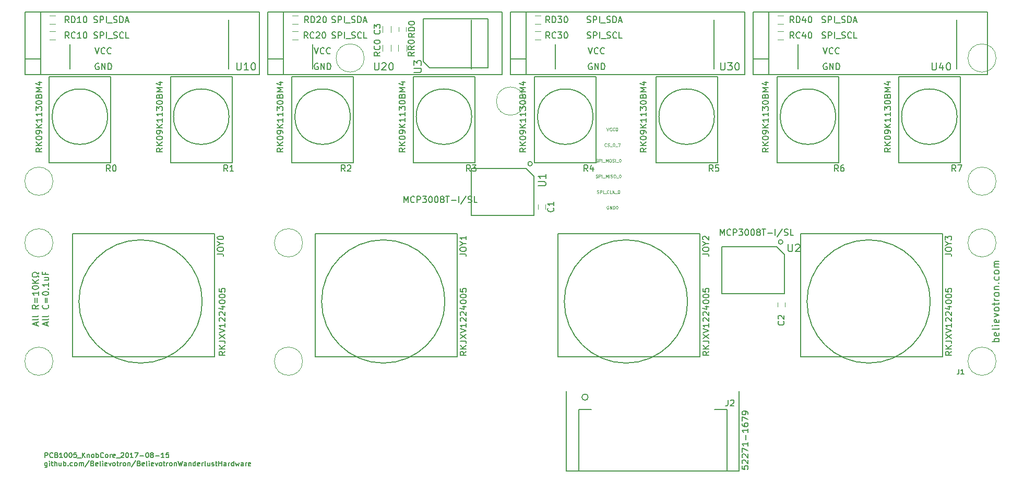
<source format=gbr>
G04 #@! TF.FileFunction,Legend,Top*
%FSLAX46Y46*%
G04 Gerber Fmt 4.6, Leading zero omitted, Abs format (unit mm)*
G04 Created by KiCad (PCBNEW 4.0.4-stable) date 08/15/17 17:17:09*
%MOMM*%
%LPD*%
G01*
G04 APERTURE LIST*
%ADD10C,0.100000*%
%ADD11C,0.150000*%
%ADD12C,0.187500*%
%ADD13C,0.120000*%
%ADD14C,0.125000*%
G04 APERTURE END LIST*
D10*
D11*
X62699048Y28757619D02*
X62699048Y29757619D01*
X63032382Y29043333D01*
X63365715Y29757619D01*
X63365715Y28757619D01*
X64413334Y28852857D02*
X64365715Y28805238D01*
X64222858Y28757619D01*
X64127620Y28757619D01*
X63984762Y28805238D01*
X63889524Y28900476D01*
X63841905Y28995714D01*
X63794286Y29186190D01*
X63794286Y29329048D01*
X63841905Y29519524D01*
X63889524Y29614762D01*
X63984762Y29710000D01*
X64127620Y29757619D01*
X64222858Y29757619D01*
X64365715Y29710000D01*
X64413334Y29662381D01*
X64841905Y28757619D02*
X64841905Y29757619D01*
X65222858Y29757619D01*
X65318096Y29710000D01*
X65365715Y29662381D01*
X65413334Y29567143D01*
X65413334Y29424286D01*
X65365715Y29329048D01*
X65318096Y29281429D01*
X65222858Y29233810D01*
X64841905Y29233810D01*
X65746667Y29757619D02*
X66365715Y29757619D01*
X66032381Y29376667D01*
X66175239Y29376667D01*
X66270477Y29329048D01*
X66318096Y29281429D01*
X66365715Y29186190D01*
X66365715Y28948095D01*
X66318096Y28852857D01*
X66270477Y28805238D01*
X66175239Y28757619D01*
X65889524Y28757619D01*
X65794286Y28805238D01*
X65746667Y28852857D01*
X66984762Y29757619D02*
X67080001Y29757619D01*
X67175239Y29710000D01*
X67222858Y29662381D01*
X67270477Y29567143D01*
X67318096Y29376667D01*
X67318096Y29138571D01*
X67270477Y28948095D01*
X67222858Y28852857D01*
X67175239Y28805238D01*
X67080001Y28757619D01*
X66984762Y28757619D01*
X66889524Y28805238D01*
X66841905Y28852857D01*
X66794286Y28948095D01*
X66746667Y29138571D01*
X66746667Y29376667D01*
X66794286Y29567143D01*
X66841905Y29662381D01*
X66889524Y29710000D01*
X66984762Y29757619D01*
X67937143Y29757619D02*
X68032382Y29757619D01*
X68127620Y29710000D01*
X68175239Y29662381D01*
X68222858Y29567143D01*
X68270477Y29376667D01*
X68270477Y29138571D01*
X68222858Y28948095D01*
X68175239Y28852857D01*
X68127620Y28805238D01*
X68032382Y28757619D01*
X67937143Y28757619D01*
X67841905Y28805238D01*
X67794286Y28852857D01*
X67746667Y28948095D01*
X67699048Y29138571D01*
X67699048Y29376667D01*
X67746667Y29567143D01*
X67794286Y29662381D01*
X67841905Y29710000D01*
X67937143Y29757619D01*
X68841905Y29329048D02*
X68746667Y29376667D01*
X68699048Y29424286D01*
X68651429Y29519524D01*
X68651429Y29567143D01*
X68699048Y29662381D01*
X68746667Y29710000D01*
X68841905Y29757619D01*
X69032382Y29757619D01*
X69127620Y29710000D01*
X69175239Y29662381D01*
X69222858Y29567143D01*
X69222858Y29519524D01*
X69175239Y29424286D01*
X69127620Y29376667D01*
X69032382Y29329048D01*
X68841905Y29329048D01*
X68746667Y29281429D01*
X68699048Y29233810D01*
X68651429Y29138571D01*
X68651429Y28948095D01*
X68699048Y28852857D01*
X68746667Y28805238D01*
X68841905Y28757619D01*
X69032382Y28757619D01*
X69127620Y28805238D01*
X69175239Y28852857D01*
X69222858Y28948095D01*
X69222858Y29138571D01*
X69175239Y29233810D01*
X69127620Y29281429D01*
X69032382Y29329048D01*
X69508572Y29757619D02*
X70080001Y29757619D01*
X69794286Y28757619D02*
X69794286Y29757619D01*
X70413334Y29138571D02*
X71175239Y29138571D01*
X71651429Y28757619D02*
X71651429Y29757619D01*
X72841905Y29805238D02*
X71984762Y28519524D01*
X73127619Y28805238D02*
X73270476Y28757619D01*
X73508572Y28757619D01*
X73603810Y28805238D01*
X73651429Y28852857D01*
X73699048Y28948095D01*
X73699048Y29043333D01*
X73651429Y29138571D01*
X73603810Y29186190D01*
X73508572Y29233810D01*
X73318095Y29281429D01*
X73222857Y29329048D01*
X73175238Y29376667D01*
X73127619Y29471905D01*
X73127619Y29567143D01*
X73175238Y29662381D01*
X73222857Y29710000D01*
X73318095Y29757619D01*
X73556191Y29757619D01*
X73699048Y29710000D01*
X74603810Y28757619D02*
X74127619Y28757619D01*
X74127619Y29757619D01*
D12*
X151582381Y4588476D02*
X151106190Y4255142D01*
X151582381Y4017047D02*
X150582381Y4017047D01*
X150582381Y4398000D01*
X150630000Y4493238D01*
X150677619Y4540857D01*
X150772857Y4588476D01*
X150915714Y4588476D01*
X151010952Y4540857D01*
X151058571Y4493238D01*
X151106190Y4398000D01*
X151106190Y4017047D01*
X151582381Y5017047D02*
X150582381Y5017047D01*
X151582381Y5588476D02*
X151010952Y5159904D01*
X150582381Y5588476D02*
X151153810Y5017047D01*
X150582381Y6302762D02*
X151296667Y6302762D01*
X151439524Y6255142D01*
X151534762Y6159904D01*
X151582381Y6017047D01*
X151582381Y5921809D01*
X150582381Y6683714D02*
X151582381Y7350381D01*
X150582381Y7350381D02*
X151582381Y6683714D01*
X150582381Y7588476D02*
X151582381Y7921809D01*
X150582381Y8255143D01*
X151582381Y9112286D02*
X151582381Y8540857D01*
X151582381Y8826571D02*
X150582381Y8826571D01*
X150725238Y8731333D01*
X150820476Y8636095D01*
X150868095Y8540857D01*
X150677619Y9493238D02*
X150630000Y9540857D01*
X150582381Y9636095D01*
X150582381Y9874191D01*
X150630000Y9969429D01*
X150677619Y10017048D01*
X150772857Y10064667D01*
X150868095Y10064667D01*
X151010952Y10017048D01*
X151582381Y9445619D01*
X151582381Y10064667D01*
X150677619Y10445619D02*
X150630000Y10493238D01*
X150582381Y10588476D01*
X150582381Y10826572D01*
X150630000Y10921810D01*
X150677619Y10969429D01*
X150772857Y11017048D01*
X150868095Y11017048D01*
X151010952Y10969429D01*
X151582381Y10398000D01*
X151582381Y11017048D01*
X150915714Y11874191D02*
X151582381Y11874191D01*
X150534762Y11636095D02*
X151249048Y11398000D01*
X151249048Y12017048D01*
X150582381Y12588476D02*
X150582381Y12683715D01*
X150630000Y12778953D01*
X150677619Y12826572D01*
X150772857Y12874191D01*
X150963333Y12921810D01*
X151201429Y12921810D01*
X151391905Y12874191D01*
X151487143Y12826572D01*
X151534762Y12778953D01*
X151582381Y12683715D01*
X151582381Y12588476D01*
X151534762Y12493238D01*
X151487143Y12445619D01*
X151391905Y12398000D01*
X151201429Y12350381D01*
X150963333Y12350381D01*
X150772857Y12398000D01*
X150677619Y12445619D01*
X150630000Y12493238D01*
X150582381Y12588476D01*
X150582381Y13540857D02*
X150582381Y13636096D01*
X150630000Y13731334D01*
X150677619Y13778953D01*
X150772857Y13826572D01*
X150963333Y13874191D01*
X151201429Y13874191D01*
X151391905Y13826572D01*
X151487143Y13778953D01*
X151534762Y13731334D01*
X151582381Y13636096D01*
X151582381Y13540857D01*
X151534762Y13445619D01*
X151487143Y13398000D01*
X151391905Y13350381D01*
X151201429Y13302762D01*
X150963333Y13302762D01*
X150772857Y13350381D01*
X150677619Y13398000D01*
X150630000Y13445619D01*
X150582381Y13540857D01*
X150582381Y14778953D02*
X150582381Y14302762D01*
X151058571Y14255143D01*
X151010952Y14302762D01*
X150963333Y14398000D01*
X150963333Y14636096D01*
X151010952Y14731334D01*
X151058571Y14778953D01*
X151153810Y14826572D01*
X151391905Y14826572D01*
X151487143Y14778953D01*
X151534762Y14731334D01*
X151582381Y14636096D01*
X151582381Y14398000D01*
X151534762Y14302762D01*
X151487143Y14255143D01*
X112212381Y4588476D02*
X111736190Y4255142D01*
X112212381Y4017047D02*
X111212381Y4017047D01*
X111212381Y4398000D01*
X111260000Y4493238D01*
X111307619Y4540857D01*
X111402857Y4588476D01*
X111545714Y4588476D01*
X111640952Y4540857D01*
X111688571Y4493238D01*
X111736190Y4398000D01*
X111736190Y4017047D01*
X112212381Y5017047D02*
X111212381Y5017047D01*
X112212381Y5588476D02*
X111640952Y5159904D01*
X111212381Y5588476D02*
X111783810Y5017047D01*
X111212381Y6302762D02*
X111926667Y6302762D01*
X112069524Y6255142D01*
X112164762Y6159904D01*
X112212381Y6017047D01*
X112212381Y5921809D01*
X111212381Y6683714D02*
X112212381Y7350381D01*
X111212381Y7350381D02*
X112212381Y6683714D01*
X111212381Y7588476D02*
X112212381Y7921809D01*
X111212381Y8255143D01*
X112212381Y9112286D02*
X112212381Y8540857D01*
X112212381Y8826571D02*
X111212381Y8826571D01*
X111355238Y8731333D01*
X111450476Y8636095D01*
X111498095Y8540857D01*
X111307619Y9493238D02*
X111260000Y9540857D01*
X111212381Y9636095D01*
X111212381Y9874191D01*
X111260000Y9969429D01*
X111307619Y10017048D01*
X111402857Y10064667D01*
X111498095Y10064667D01*
X111640952Y10017048D01*
X112212381Y9445619D01*
X112212381Y10064667D01*
X111307619Y10445619D02*
X111260000Y10493238D01*
X111212381Y10588476D01*
X111212381Y10826572D01*
X111260000Y10921810D01*
X111307619Y10969429D01*
X111402857Y11017048D01*
X111498095Y11017048D01*
X111640952Y10969429D01*
X112212381Y10398000D01*
X112212381Y11017048D01*
X111545714Y11874191D02*
X112212381Y11874191D01*
X111164762Y11636095D02*
X111879048Y11398000D01*
X111879048Y12017048D01*
X111212381Y12588476D02*
X111212381Y12683715D01*
X111260000Y12778953D01*
X111307619Y12826572D01*
X111402857Y12874191D01*
X111593333Y12921810D01*
X111831429Y12921810D01*
X112021905Y12874191D01*
X112117143Y12826572D01*
X112164762Y12778953D01*
X112212381Y12683715D01*
X112212381Y12588476D01*
X112164762Y12493238D01*
X112117143Y12445619D01*
X112021905Y12398000D01*
X111831429Y12350381D01*
X111593333Y12350381D01*
X111402857Y12398000D01*
X111307619Y12445619D01*
X111260000Y12493238D01*
X111212381Y12588476D01*
X111212381Y13540857D02*
X111212381Y13636096D01*
X111260000Y13731334D01*
X111307619Y13778953D01*
X111402857Y13826572D01*
X111593333Y13874191D01*
X111831429Y13874191D01*
X112021905Y13826572D01*
X112117143Y13778953D01*
X112164762Y13731334D01*
X112212381Y13636096D01*
X112212381Y13540857D01*
X112164762Y13445619D01*
X112117143Y13398000D01*
X112021905Y13350381D01*
X111831429Y13302762D01*
X111593333Y13302762D01*
X111402857Y13350381D01*
X111307619Y13398000D01*
X111260000Y13445619D01*
X111212381Y13540857D01*
X111212381Y14778953D02*
X111212381Y14302762D01*
X111688571Y14255143D01*
X111640952Y14302762D01*
X111593333Y14398000D01*
X111593333Y14636096D01*
X111640952Y14731334D01*
X111688571Y14778953D01*
X111783810Y14826572D01*
X112021905Y14826572D01*
X112117143Y14778953D01*
X112164762Y14731334D01*
X112212381Y14636096D01*
X112212381Y14398000D01*
X112164762Y14302762D01*
X112117143Y14255143D01*
X72842381Y4588476D02*
X72366190Y4255142D01*
X72842381Y4017047D02*
X71842381Y4017047D01*
X71842381Y4398000D01*
X71890000Y4493238D01*
X71937619Y4540857D01*
X72032857Y4588476D01*
X72175714Y4588476D01*
X72270952Y4540857D01*
X72318571Y4493238D01*
X72366190Y4398000D01*
X72366190Y4017047D01*
X72842381Y5017047D02*
X71842381Y5017047D01*
X72842381Y5588476D02*
X72270952Y5159904D01*
X71842381Y5588476D02*
X72413810Y5017047D01*
X71842381Y6302762D02*
X72556667Y6302762D01*
X72699524Y6255142D01*
X72794762Y6159904D01*
X72842381Y6017047D01*
X72842381Y5921809D01*
X71842381Y6683714D02*
X72842381Y7350381D01*
X71842381Y7350381D02*
X72842381Y6683714D01*
X71842381Y7588476D02*
X72842381Y7921809D01*
X71842381Y8255143D01*
X72842381Y9112286D02*
X72842381Y8540857D01*
X72842381Y8826571D02*
X71842381Y8826571D01*
X71985238Y8731333D01*
X72080476Y8636095D01*
X72128095Y8540857D01*
X71937619Y9493238D02*
X71890000Y9540857D01*
X71842381Y9636095D01*
X71842381Y9874191D01*
X71890000Y9969429D01*
X71937619Y10017048D01*
X72032857Y10064667D01*
X72128095Y10064667D01*
X72270952Y10017048D01*
X72842381Y9445619D01*
X72842381Y10064667D01*
X71937619Y10445619D02*
X71890000Y10493238D01*
X71842381Y10588476D01*
X71842381Y10826572D01*
X71890000Y10921810D01*
X71937619Y10969429D01*
X72032857Y11017048D01*
X72128095Y11017048D01*
X72270952Y10969429D01*
X72842381Y10398000D01*
X72842381Y11017048D01*
X72175714Y11874191D02*
X72842381Y11874191D01*
X71794762Y11636095D02*
X72509048Y11398000D01*
X72509048Y12017048D01*
X71842381Y12588476D02*
X71842381Y12683715D01*
X71890000Y12778953D01*
X71937619Y12826572D01*
X72032857Y12874191D01*
X72223333Y12921810D01*
X72461429Y12921810D01*
X72651905Y12874191D01*
X72747143Y12826572D01*
X72794762Y12778953D01*
X72842381Y12683715D01*
X72842381Y12588476D01*
X72794762Y12493238D01*
X72747143Y12445619D01*
X72651905Y12398000D01*
X72461429Y12350381D01*
X72223333Y12350381D01*
X72032857Y12398000D01*
X71937619Y12445619D01*
X71890000Y12493238D01*
X71842381Y12588476D01*
X71842381Y13540857D02*
X71842381Y13636096D01*
X71890000Y13731334D01*
X71937619Y13778953D01*
X72032857Y13826572D01*
X72223333Y13874191D01*
X72461429Y13874191D01*
X72651905Y13826572D01*
X72747143Y13778953D01*
X72794762Y13731334D01*
X72842381Y13636096D01*
X72842381Y13540857D01*
X72794762Y13445619D01*
X72747143Y13398000D01*
X72651905Y13350381D01*
X72461429Y13302762D01*
X72223333Y13302762D01*
X72032857Y13350381D01*
X71937619Y13398000D01*
X71890000Y13445619D01*
X71842381Y13540857D01*
X71842381Y14778953D02*
X71842381Y14302762D01*
X72318571Y14255143D01*
X72270952Y14302762D01*
X72223333Y14398000D01*
X72223333Y14636096D01*
X72270952Y14731334D01*
X72318571Y14778953D01*
X72413810Y14826572D01*
X72651905Y14826572D01*
X72747143Y14778953D01*
X72794762Y14731334D01*
X72842381Y14636096D01*
X72842381Y14398000D01*
X72794762Y14302762D01*
X72747143Y14255143D01*
X33726381Y4588476D02*
X33250190Y4255142D01*
X33726381Y4017047D02*
X32726381Y4017047D01*
X32726381Y4398000D01*
X32774000Y4493238D01*
X32821619Y4540857D01*
X32916857Y4588476D01*
X33059714Y4588476D01*
X33154952Y4540857D01*
X33202571Y4493238D01*
X33250190Y4398000D01*
X33250190Y4017047D01*
X33726381Y5017047D02*
X32726381Y5017047D01*
X33726381Y5588476D02*
X33154952Y5159904D01*
X32726381Y5588476D02*
X33297810Y5017047D01*
X32726381Y6302762D02*
X33440667Y6302762D01*
X33583524Y6255142D01*
X33678762Y6159904D01*
X33726381Y6017047D01*
X33726381Y5921809D01*
X32726381Y6683714D02*
X33726381Y7350381D01*
X32726381Y7350381D02*
X33726381Y6683714D01*
X32726381Y7588476D02*
X33726381Y7921809D01*
X32726381Y8255143D01*
X33726381Y9112286D02*
X33726381Y8540857D01*
X33726381Y8826571D02*
X32726381Y8826571D01*
X32869238Y8731333D01*
X32964476Y8636095D01*
X33012095Y8540857D01*
X32821619Y9493238D02*
X32774000Y9540857D01*
X32726381Y9636095D01*
X32726381Y9874191D01*
X32774000Y9969429D01*
X32821619Y10017048D01*
X32916857Y10064667D01*
X33012095Y10064667D01*
X33154952Y10017048D01*
X33726381Y9445619D01*
X33726381Y10064667D01*
X32821619Y10445619D02*
X32774000Y10493238D01*
X32726381Y10588476D01*
X32726381Y10826572D01*
X32774000Y10921810D01*
X32821619Y10969429D01*
X32916857Y11017048D01*
X33012095Y11017048D01*
X33154952Y10969429D01*
X33726381Y10398000D01*
X33726381Y11017048D01*
X33059714Y11874191D02*
X33726381Y11874191D01*
X32678762Y11636095D02*
X33393048Y11398000D01*
X33393048Y12017048D01*
X32726381Y12588476D02*
X32726381Y12683715D01*
X32774000Y12778953D01*
X32821619Y12826572D01*
X32916857Y12874191D01*
X33107333Y12921810D01*
X33345429Y12921810D01*
X33535905Y12874191D01*
X33631143Y12826572D01*
X33678762Y12778953D01*
X33726381Y12683715D01*
X33726381Y12588476D01*
X33678762Y12493238D01*
X33631143Y12445619D01*
X33535905Y12398000D01*
X33345429Y12350381D01*
X33107333Y12350381D01*
X32916857Y12398000D01*
X32821619Y12445619D01*
X32774000Y12493238D01*
X32726381Y12588476D01*
X32726381Y13540857D02*
X32726381Y13636096D01*
X32774000Y13731334D01*
X32821619Y13778953D01*
X32916857Y13826572D01*
X33107333Y13874191D01*
X33345429Y13874191D01*
X33535905Y13826572D01*
X33631143Y13778953D01*
X33678762Y13731334D01*
X33726381Y13636096D01*
X33726381Y13540857D01*
X33678762Y13445619D01*
X33631143Y13398000D01*
X33535905Y13350381D01*
X33345429Y13302762D01*
X33107333Y13302762D01*
X32916857Y13350381D01*
X32821619Y13398000D01*
X32774000Y13445619D01*
X32726381Y13540857D01*
X32726381Y14778953D02*
X32726381Y14302762D01*
X33202571Y14255143D01*
X33154952Y14302762D01*
X33107333Y14398000D01*
X33107333Y14636096D01*
X33154952Y14731334D01*
X33202571Y14778953D01*
X33297810Y14826572D01*
X33535905Y14826572D01*
X33631143Y14778953D01*
X33678762Y14731334D01*
X33726381Y14636096D01*
X33726381Y14398000D01*
X33678762Y14302762D01*
X33631143Y14255143D01*
D11*
X3151667Y8826476D02*
X3151667Y9302667D01*
X3437381Y8731238D02*
X2437381Y9064571D01*
X3437381Y9397905D01*
X3437381Y9874095D02*
X3389762Y9778857D01*
X3294524Y9731238D01*
X2437381Y9731238D01*
X3437381Y10397905D02*
X3389762Y10302667D01*
X3294524Y10255048D01*
X2437381Y10255048D01*
X3437381Y12112192D02*
X2961190Y11778858D01*
X3437381Y11540763D02*
X2437381Y11540763D01*
X2437381Y11921716D01*
X2485000Y12016954D01*
X2532619Y12064573D01*
X2627857Y12112192D01*
X2770714Y12112192D01*
X2865952Y12064573D01*
X2913571Y12016954D01*
X2961190Y11921716D01*
X2961190Y11540763D01*
X2913571Y12540763D02*
X2913571Y13302668D01*
X3199286Y13302668D02*
X3199286Y12540763D01*
X3437381Y14302668D02*
X3437381Y13731239D01*
X3437381Y14016953D02*
X2437381Y14016953D01*
X2580238Y13921715D01*
X2675476Y13826477D01*
X2723095Y13731239D01*
X2437381Y14921715D02*
X2437381Y15016954D01*
X2485000Y15112192D01*
X2532619Y15159811D01*
X2627857Y15207430D01*
X2818333Y15255049D01*
X3056429Y15255049D01*
X3246905Y15207430D01*
X3342143Y15159811D01*
X3389762Y15112192D01*
X3437381Y15016954D01*
X3437381Y14921715D01*
X3389762Y14826477D01*
X3342143Y14778858D01*
X3246905Y14731239D01*
X3056429Y14683620D01*
X2818333Y14683620D01*
X2627857Y14731239D01*
X2532619Y14778858D01*
X2485000Y14826477D01*
X2437381Y14921715D01*
X3437381Y15683620D02*
X2437381Y15683620D01*
X3437381Y16255049D02*
X2865952Y15826477D01*
X2437381Y16255049D02*
X3008810Y15683620D01*
X3437381Y16636001D02*
X3437381Y16874096D01*
X3246905Y16874096D01*
X3199286Y16778858D01*
X3104048Y16683620D01*
X2961190Y16636001D01*
X2723095Y16636001D01*
X2580238Y16683620D01*
X2485000Y16778858D01*
X2437381Y16921715D01*
X2437381Y17112192D01*
X2485000Y17255049D01*
X2580238Y17350287D01*
X2723095Y17397906D01*
X2961190Y17397906D01*
X3104048Y17350287D01*
X3199286Y17255049D01*
X3246905Y17159811D01*
X3437381Y17159811D01*
X3437381Y17397906D01*
X4801667Y8826476D02*
X4801667Y9302667D01*
X5087381Y8731238D02*
X4087381Y9064571D01*
X5087381Y9397905D01*
X5087381Y9874095D02*
X5039762Y9778857D01*
X4944524Y9731238D01*
X4087381Y9731238D01*
X5087381Y10397905D02*
X5039762Y10302667D01*
X4944524Y10255048D01*
X4087381Y10255048D01*
X4992143Y12112192D02*
X5039762Y12064573D01*
X5087381Y11921716D01*
X5087381Y11826478D01*
X5039762Y11683620D01*
X4944524Y11588382D01*
X4849286Y11540763D01*
X4658810Y11493144D01*
X4515952Y11493144D01*
X4325476Y11540763D01*
X4230238Y11588382D01*
X4135000Y11683620D01*
X4087381Y11826478D01*
X4087381Y11921716D01*
X4135000Y12064573D01*
X4182619Y12112192D01*
X4563571Y12540763D02*
X4563571Y13302668D01*
X4849286Y13302668D02*
X4849286Y12540763D01*
X4087381Y13969334D02*
X4087381Y14064573D01*
X4135000Y14159811D01*
X4182619Y14207430D01*
X4277857Y14255049D01*
X4468333Y14302668D01*
X4706429Y14302668D01*
X4896905Y14255049D01*
X4992143Y14207430D01*
X5039762Y14159811D01*
X5087381Y14064573D01*
X5087381Y13969334D01*
X5039762Y13874096D01*
X4992143Y13826477D01*
X4896905Y13778858D01*
X4706429Y13731239D01*
X4468333Y13731239D01*
X4277857Y13778858D01*
X4182619Y13826477D01*
X4135000Y13874096D01*
X4087381Y13969334D01*
X4992143Y14731239D02*
X5039762Y14778858D01*
X5087381Y14731239D01*
X5039762Y14683620D01*
X4992143Y14731239D01*
X5087381Y14731239D01*
X5087381Y15731239D02*
X5087381Y15159810D01*
X5087381Y15445524D02*
X4087381Y15445524D01*
X4230238Y15350286D01*
X4325476Y15255048D01*
X4373095Y15159810D01*
X4420714Y16588382D02*
X5087381Y16588382D01*
X4420714Y16159810D02*
X4944524Y16159810D01*
X5039762Y16207429D01*
X5087381Y16302667D01*
X5087381Y16445525D01*
X5039762Y16540763D01*
X4992143Y16588382D01*
X4563571Y17397906D02*
X4563571Y17064572D01*
X5087381Y17064572D02*
X4087381Y17064572D01*
X4087381Y17540763D01*
X114007048Y23423619D02*
X114007048Y24423619D01*
X114340382Y23709333D01*
X114673715Y24423619D01*
X114673715Y23423619D01*
X115721334Y23518857D02*
X115673715Y23471238D01*
X115530858Y23423619D01*
X115435620Y23423619D01*
X115292762Y23471238D01*
X115197524Y23566476D01*
X115149905Y23661714D01*
X115102286Y23852190D01*
X115102286Y23995048D01*
X115149905Y24185524D01*
X115197524Y24280762D01*
X115292762Y24376000D01*
X115435620Y24423619D01*
X115530858Y24423619D01*
X115673715Y24376000D01*
X115721334Y24328381D01*
X116149905Y23423619D02*
X116149905Y24423619D01*
X116530858Y24423619D01*
X116626096Y24376000D01*
X116673715Y24328381D01*
X116721334Y24233143D01*
X116721334Y24090286D01*
X116673715Y23995048D01*
X116626096Y23947429D01*
X116530858Y23899810D01*
X116149905Y23899810D01*
X117054667Y24423619D02*
X117673715Y24423619D01*
X117340381Y24042667D01*
X117483239Y24042667D01*
X117578477Y23995048D01*
X117626096Y23947429D01*
X117673715Y23852190D01*
X117673715Y23614095D01*
X117626096Y23518857D01*
X117578477Y23471238D01*
X117483239Y23423619D01*
X117197524Y23423619D01*
X117102286Y23471238D01*
X117054667Y23518857D01*
X118292762Y24423619D02*
X118388001Y24423619D01*
X118483239Y24376000D01*
X118530858Y24328381D01*
X118578477Y24233143D01*
X118626096Y24042667D01*
X118626096Y23804571D01*
X118578477Y23614095D01*
X118530858Y23518857D01*
X118483239Y23471238D01*
X118388001Y23423619D01*
X118292762Y23423619D01*
X118197524Y23471238D01*
X118149905Y23518857D01*
X118102286Y23614095D01*
X118054667Y23804571D01*
X118054667Y24042667D01*
X118102286Y24233143D01*
X118149905Y24328381D01*
X118197524Y24376000D01*
X118292762Y24423619D01*
X119245143Y24423619D02*
X119340382Y24423619D01*
X119435620Y24376000D01*
X119483239Y24328381D01*
X119530858Y24233143D01*
X119578477Y24042667D01*
X119578477Y23804571D01*
X119530858Y23614095D01*
X119483239Y23518857D01*
X119435620Y23471238D01*
X119340382Y23423619D01*
X119245143Y23423619D01*
X119149905Y23471238D01*
X119102286Y23518857D01*
X119054667Y23614095D01*
X119007048Y23804571D01*
X119007048Y24042667D01*
X119054667Y24233143D01*
X119102286Y24328381D01*
X119149905Y24376000D01*
X119245143Y24423619D01*
X120149905Y23995048D02*
X120054667Y24042667D01*
X120007048Y24090286D01*
X119959429Y24185524D01*
X119959429Y24233143D01*
X120007048Y24328381D01*
X120054667Y24376000D01*
X120149905Y24423619D01*
X120340382Y24423619D01*
X120435620Y24376000D01*
X120483239Y24328381D01*
X120530858Y24233143D01*
X120530858Y24185524D01*
X120483239Y24090286D01*
X120435620Y24042667D01*
X120340382Y23995048D01*
X120149905Y23995048D01*
X120054667Y23947429D01*
X120007048Y23899810D01*
X119959429Y23804571D01*
X119959429Y23614095D01*
X120007048Y23518857D01*
X120054667Y23471238D01*
X120149905Y23423619D01*
X120340382Y23423619D01*
X120435620Y23471238D01*
X120483239Y23518857D01*
X120530858Y23614095D01*
X120530858Y23804571D01*
X120483239Y23899810D01*
X120435620Y23947429D01*
X120340382Y23995048D01*
X120816572Y24423619D02*
X121388001Y24423619D01*
X121102286Y23423619D02*
X121102286Y24423619D01*
X121721334Y23804571D02*
X122483239Y23804571D01*
X122959429Y23423619D02*
X122959429Y24423619D01*
X124149905Y24471238D02*
X123292762Y23185524D01*
X124435619Y23471238D02*
X124578476Y23423619D01*
X124816572Y23423619D01*
X124911810Y23471238D01*
X124959429Y23518857D01*
X125007048Y23614095D01*
X125007048Y23709333D01*
X124959429Y23804571D01*
X124911810Y23852190D01*
X124816572Y23899810D01*
X124626095Y23947429D01*
X124530857Y23995048D01*
X124483238Y24042667D01*
X124435619Y24137905D01*
X124435619Y24233143D01*
X124483238Y24328381D01*
X124530857Y24376000D01*
X124626095Y24423619D01*
X124864191Y24423619D01*
X125007048Y24376000D01*
X125911810Y23423619D02*
X125435619Y23423619D01*
X125435619Y24423619D01*
X159270238Y6155954D02*
X158120238Y6155954D01*
X158558333Y6155954D02*
X158503571Y6265477D01*
X158503571Y6484525D01*
X158558333Y6594049D01*
X158613095Y6648811D01*
X158722619Y6703573D01*
X159051190Y6703573D01*
X159160714Y6648811D01*
X159215476Y6594049D01*
X159270238Y6484525D01*
X159270238Y6265477D01*
X159215476Y6155954D01*
X159215476Y7634525D02*
X159270238Y7525001D01*
X159270238Y7305953D01*
X159215476Y7196430D01*
X159105952Y7141668D01*
X158667857Y7141668D01*
X158558333Y7196430D01*
X158503571Y7305953D01*
X158503571Y7525001D01*
X158558333Y7634525D01*
X158667857Y7689287D01*
X158777381Y7689287D01*
X158886905Y7141668D01*
X159270238Y8346429D02*
X159215476Y8236905D01*
X159105952Y8182144D01*
X158120238Y8182144D01*
X159270238Y8784525D02*
X158503571Y8784525D01*
X158120238Y8784525D02*
X158175000Y8729763D01*
X158229762Y8784525D01*
X158175000Y8839286D01*
X158120238Y8784525D01*
X158229762Y8784525D01*
X159215476Y9770239D02*
X159270238Y9660715D01*
X159270238Y9441667D01*
X159215476Y9332144D01*
X159105952Y9277382D01*
X158667857Y9277382D01*
X158558333Y9332144D01*
X158503571Y9441667D01*
X158503571Y9660715D01*
X158558333Y9770239D01*
X158667857Y9825001D01*
X158777381Y9825001D01*
X158886905Y9277382D01*
X158503571Y10208334D02*
X159270238Y10482143D01*
X158503571Y10755953D01*
X159270238Y11358333D02*
X159215476Y11248809D01*
X159160714Y11194048D01*
X159051190Y11139286D01*
X158722619Y11139286D01*
X158613095Y11194048D01*
X158558333Y11248809D01*
X158503571Y11358333D01*
X158503571Y11522619D01*
X158558333Y11632143D01*
X158613095Y11686905D01*
X158722619Y11741667D01*
X159051190Y11741667D01*
X159160714Y11686905D01*
X159215476Y11632143D01*
X159270238Y11522619D01*
X159270238Y11358333D01*
X158503571Y12070238D02*
X158503571Y12508333D01*
X158120238Y12234524D02*
X159105952Y12234524D01*
X159215476Y12289285D01*
X159270238Y12398809D01*
X159270238Y12508333D01*
X159270238Y12891667D02*
X158503571Y12891667D01*
X158722619Y12891667D02*
X158613095Y12946428D01*
X158558333Y13001190D01*
X158503571Y13110714D01*
X158503571Y13220238D01*
X159270238Y13767857D02*
X159215476Y13658333D01*
X159160714Y13603572D01*
X159051190Y13548810D01*
X158722619Y13548810D01*
X158613095Y13603572D01*
X158558333Y13658333D01*
X158503571Y13767857D01*
X158503571Y13932143D01*
X158558333Y14041667D01*
X158613095Y14096429D01*
X158722619Y14151191D01*
X159051190Y14151191D01*
X159160714Y14096429D01*
X159215476Y14041667D01*
X159270238Y13932143D01*
X159270238Y13767857D01*
X158503571Y14644048D02*
X159270238Y14644048D01*
X158613095Y14644048D02*
X158558333Y14698809D01*
X158503571Y14808333D01*
X158503571Y14972619D01*
X158558333Y15082143D01*
X158667857Y15136905D01*
X159270238Y15136905D01*
X159160714Y15684524D02*
X159215476Y15739285D01*
X159270238Y15684524D01*
X159215476Y15629762D01*
X159160714Y15684524D01*
X159270238Y15684524D01*
X159215476Y16725000D02*
X159270238Y16615476D01*
X159270238Y16396428D01*
X159215476Y16286904D01*
X159160714Y16232143D01*
X159051190Y16177381D01*
X158722619Y16177381D01*
X158613095Y16232143D01*
X158558333Y16286904D01*
X158503571Y16396428D01*
X158503571Y16615476D01*
X158558333Y16725000D01*
X159270238Y17382142D02*
X159215476Y17272618D01*
X159160714Y17217857D01*
X159051190Y17163095D01*
X158722619Y17163095D01*
X158613095Y17217857D01*
X158558333Y17272618D01*
X158503571Y17382142D01*
X158503571Y17546428D01*
X158558333Y17655952D01*
X158613095Y17710714D01*
X158722619Y17765476D01*
X159051190Y17765476D01*
X159160714Y17710714D01*
X159215476Y17655952D01*
X159270238Y17546428D01*
X159270238Y17382142D01*
X159270238Y18258333D02*
X158503571Y18258333D01*
X158613095Y18258333D02*
X158558333Y18313094D01*
X158503571Y18422618D01*
X158503571Y18586904D01*
X158558333Y18696428D01*
X158667857Y18751190D01*
X159270238Y18751190D01*
X158667857Y18751190D02*
X158558333Y18805952D01*
X158503571Y18915475D01*
X158503571Y19079761D01*
X158558333Y19189285D01*
X158667857Y19244047D01*
X159270238Y19244047D01*
X4508476Y-12640905D02*
X4508476Y-11840905D01*
X4813238Y-11840905D01*
X4889429Y-11879000D01*
X4927524Y-11917095D01*
X4965619Y-11993286D01*
X4965619Y-12107571D01*
X4927524Y-12183762D01*
X4889429Y-12221857D01*
X4813238Y-12259952D01*
X4508476Y-12259952D01*
X5765619Y-12564714D02*
X5727524Y-12602810D01*
X5613238Y-12640905D01*
X5537048Y-12640905D01*
X5422762Y-12602810D01*
X5346571Y-12526619D01*
X5308476Y-12450429D01*
X5270381Y-12298048D01*
X5270381Y-12183762D01*
X5308476Y-12031381D01*
X5346571Y-11955190D01*
X5422762Y-11879000D01*
X5537048Y-11840905D01*
X5613238Y-11840905D01*
X5727524Y-11879000D01*
X5765619Y-11917095D01*
X6375143Y-12221857D02*
X6489429Y-12259952D01*
X6527524Y-12298048D01*
X6565619Y-12374238D01*
X6565619Y-12488524D01*
X6527524Y-12564714D01*
X6489429Y-12602810D01*
X6413238Y-12640905D01*
X6108476Y-12640905D01*
X6108476Y-11840905D01*
X6375143Y-11840905D01*
X6451333Y-11879000D01*
X6489429Y-11917095D01*
X6527524Y-11993286D01*
X6527524Y-12069476D01*
X6489429Y-12145667D01*
X6451333Y-12183762D01*
X6375143Y-12221857D01*
X6108476Y-12221857D01*
X7327524Y-12640905D02*
X6870381Y-12640905D01*
X7098952Y-12640905D02*
X7098952Y-11840905D01*
X7022762Y-11955190D01*
X6946571Y-12031381D01*
X6870381Y-12069476D01*
X7822762Y-11840905D02*
X7898953Y-11840905D01*
X7975143Y-11879000D01*
X8013238Y-11917095D01*
X8051334Y-11993286D01*
X8089429Y-12145667D01*
X8089429Y-12336143D01*
X8051334Y-12488524D01*
X8013238Y-12564714D01*
X7975143Y-12602810D01*
X7898953Y-12640905D01*
X7822762Y-12640905D01*
X7746572Y-12602810D01*
X7708476Y-12564714D01*
X7670381Y-12488524D01*
X7632286Y-12336143D01*
X7632286Y-12145667D01*
X7670381Y-11993286D01*
X7708476Y-11917095D01*
X7746572Y-11879000D01*
X7822762Y-11840905D01*
X8584667Y-11840905D02*
X8660858Y-11840905D01*
X8737048Y-11879000D01*
X8775143Y-11917095D01*
X8813239Y-11993286D01*
X8851334Y-12145667D01*
X8851334Y-12336143D01*
X8813239Y-12488524D01*
X8775143Y-12564714D01*
X8737048Y-12602810D01*
X8660858Y-12640905D01*
X8584667Y-12640905D01*
X8508477Y-12602810D01*
X8470381Y-12564714D01*
X8432286Y-12488524D01*
X8394191Y-12336143D01*
X8394191Y-12145667D01*
X8432286Y-11993286D01*
X8470381Y-11917095D01*
X8508477Y-11879000D01*
X8584667Y-11840905D01*
X9575144Y-11840905D02*
X9194191Y-11840905D01*
X9156096Y-12221857D01*
X9194191Y-12183762D01*
X9270382Y-12145667D01*
X9460858Y-12145667D01*
X9537048Y-12183762D01*
X9575144Y-12221857D01*
X9613239Y-12298048D01*
X9613239Y-12488524D01*
X9575144Y-12564714D01*
X9537048Y-12602810D01*
X9460858Y-12640905D01*
X9270382Y-12640905D01*
X9194191Y-12602810D01*
X9156096Y-12564714D01*
X9765620Y-12717095D02*
X10375144Y-12717095D01*
X10565620Y-12640905D02*
X10565620Y-11840905D01*
X11022763Y-12640905D02*
X10679906Y-12183762D01*
X11022763Y-11840905D02*
X10565620Y-12298048D01*
X11365620Y-12107571D02*
X11365620Y-12640905D01*
X11365620Y-12183762D02*
X11403715Y-12145667D01*
X11479906Y-12107571D01*
X11594192Y-12107571D01*
X11670382Y-12145667D01*
X11708477Y-12221857D01*
X11708477Y-12640905D01*
X12203716Y-12640905D02*
X12127525Y-12602810D01*
X12089430Y-12564714D01*
X12051335Y-12488524D01*
X12051335Y-12259952D01*
X12089430Y-12183762D01*
X12127525Y-12145667D01*
X12203716Y-12107571D01*
X12318002Y-12107571D01*
X12394192Y-12145667D01*
X12432287Y-12183762D01*
X12470383Y-12259952D01*
X12470383Y-12488524D01*
X12432287Y-12564714D01*
X12394192Y-12602810D01*
X12318002Y-12640905D01*
X12203716Y-12640905D01*
X12813240Y-12640905D02*
X12813240Y-11840905D01*
X12813240Y-12145667D02*
X12889431Y-12107571D01*
X13041812Y-12107571D01*
X13118002Y-12145667D01*
X13156097Y-12183762D01*
X13194193Y-12259952D01*
X13194193Y-12488524D01*
X13156097Y-12564714D01*
X13118002Y-12602810D01*
X13041812Y-12640905D01*
X12889431Y-12640905D01*
X12813240Y-12602810D01*
X13994193Y-12564714D02*
X13956098Y-12602810D01*
X13841812Y-12640905D01*
X13765622Y-12640905D01*
X13651336Y-12602810D01*
X13575145Y-12526619D01*
X13537050Y-12450429D01*
X13498955Y-12298048D01*
X13498955Y-12183762D01*
X13537050Y-12031381D01*
X13575145Y-11955190D01*
X13651336Y-11879000D01*
X13765622Y-11840905D01*
X13841812Y-11840905D01*
X13956098Y-11879000D01*
X13994193Y-11917095D01*
X14451336Y-12640905D02*
X14375145Y-12602810D01*
X14337050Y-12564714D01*
X14298955Y-12488524D01*
X14298955Y-12259952D01*
X14337050Y-12183762D01*
X14375145Y-12145667D01*
X14451336Y-12107571D01*
X14565622Y-12107571D01*
X14641812Y-12145667D01*
X14679907Y-12183762D01*
X14718003Y-12259952D01*
X14718003Y-12488524D01*
X14679907Y-12564714D01*
X14641812Y-12602810D01*
X14565622Y-12640905D01*
X14451336Y-12640905D01*
X15060860Y-12640905D02*
X15060860Y-12107571D01*
X15060860Y-12259952D02*
X15098955Y-12183762D01*
X15137051Y-12145667D01*
X15213241Y-12107571D01*
X15289432Y-12107571D01*
X15860860Y-12602810D02*
X15784670Y-12640905D01*
X15632289Y-12640905D01*
X15556098Y-12602810D01*
X15518003Y-12526619D01*
X15518003Y-12221857D01*
X15556098Y-12145667D01*
X15632289Y-12107571D01*
X15784670Y-12107571D01*
X15860860Y-12145667D01*
X15898955Y-12221857D01*
X15898955Y-12298048D01*
X15518003Y-12374238D01*
X16051336Y-12717095D02*
X16660860Y-12717095D01*
X16813241Y-11917095D02*
X16851336Y-11879000D01*
X16927527Y-11840905D01*
X17118003Y-11840905D01*
X17194193Y-11879000D01*
X17232289Y-11917095D01*
X17270384Y-11993286D01*
X17270384Y-12069476D01*
X17232289Y-12183762D01*
X16775146Y-12640905D01*
X17270384Y-12640905D01*
X17765622Y-11840905D02*
X17841813Y-11840905D01*
X17918003Y-11879000D01*
X17956098Y-11917095D01*
X17994194Y-11993286D01*
X18032289Y-12145667D01*
X18032289Y-12336143D01*
X17994194Y-12488524D01*
X17956098Y-12564714D01*
X17918003Y-12602810D01*
X17841813Y-12640905D01*
X17765622Y-12640905D01*
X17689432Y-12602810D01*
X17651336Y-12564714D01*
X17613241Y-12488524D01*
X17575146Y-12336143D01*
X17575146Y-12145667D01*
X17613241Y-11993286D01*
X17651336Y-11917095D01*
X17689432Y-11879000D01*
X17765622Y-11840905D01*
X18794194Y-12640905D02*
X18337051Y-12640905D01*
X18565622Y-12640905D02*
X18565622Y-11840905D01*
X18489432Y-11955190D01*
X18413241Y-12031381D01*
X18337051Y-12069476D01*
X19060861Y-11840905D02*
X19594194Y-11840905D01*
X19251337Y-12640905D01*
X19898956Y-12336143D02*
X20508480Y-12336143D01*
X21041813Y-11840905D02*
X21118004Y-11840905D01*
X21194194Y-11879000D01*
X21232289Y-11917095D01*
X21270385Y-11993286D01*
X21308480Y-12145667D01*
X21308480Y-12336143D01*
X21270385Y-12488524D01*
X21232289Y-12564714D01*
X21194194Y-12602810D01*
X21118004Y-12640905D01*
X21041813Y-12640905D01*
X20965623Y-12602810D01*
X20927527Y-12564714D01*
X20889432Y-12488524D01*
X20851337Y-12336143D01*
X20851337Y-12145667D01*
X20889432Y-11993286D01*
X20927527Y-11917095D01*
X20965623Y-11879000D01*
X21041813Y-11840905D01*
X21765623Y-12183762D02*
X21689432Y-12145667D01*
X21651337Y-12107571D01*
X21613242Y-12031381D01*
X21613242Y-11993286D01*
X21651337Y-11917095D01*
X21689432Y-11879000D01*
X21765623Y-11840905D01*
X21918004Y-11840905D01*
X21994194Y-11879000D01*
X22032290Y-11917095D01*
X22070385Y-11993286D01*
X22070385Y-12031381D01*
X22032290Y-12107571D01*
X21994194Y-12145667D01*
X21918004Y-12183762D01*
X21765623Y-12183762D01*
X21689432Y-12221857D01*
X21651337Y-12259952D01*
X21613242Y-12336143D01*
X21613242Y-12488524D01*
X21651337Y-12564714D01*
X21689432Y-12602810D01*
X21765623Y-12640905D01*
X21918004Y-12640905D01*
X21994194Y-12602810D01*
X22032290Y-12564714D01*
X22070385Y-12488524D01*
X22070385Y-12336143D01*
X22032290Y-12259952D01*
X21994194Y-12221857D01*
X21918004Y-12183762D01*
X22413242Y-12336143D02*
X23022766Y-12336143D01*
X23822766Y-12640905D02*
X23365623Y-12640905D01*
X23594194Y-12640905D02*
X23594194Y-11840905D01*
X23518004Y-11955190D01*
X23441813Y-12031381D01*
X23365623Y-12069476D01*
X24546576Y-11840905D02*
X24165623Y-11840905D01*
X24127528Y-12221857D01*
X24165623Y-12183762D01*
X24241814Y-12145667D01*
X24432290Y-12145667D01*
X24508480Y-12183762D01*
X24546576Y-12221857D01*
X24584671Y-12298048D01*
X24584671Y-12488524D01*
X24546576Y-12564714D01*
X24508480Y-12602810D01*
X24432290Y-12640905D01*
X24241814Y-12640905D01*
X24165623Y-12602810D01*
X24127528Y-12564714D01*
X4851333Y-13457571D02*
X4851333Y-14105190D01*
X4813238Y-14181381D01*
X4775143Y-14219476D01*
X4698952Y-14257571D01*
X4584667Y-14257571D01*
X4508476Y-14219476D01*
X4851333Y-13952810D02*
X4775143Y-13990905D01*
X4622762Y-13990905D01*
X4546571Y-13952810D01*
X4508476Y-13914714D01*
X4470381Y-13838524D01*
X4470381Y-13609952D01*
X4508476Y-13533762D01*
X4546571Y-13495667D01*
X4622762Y-13457571D01*
X4775143Y-13457571D01*
X4851333Y-13495667D01*
X5232286Y-13990905D02*
X5232286Y-13457571D01*
X5232286Y-13190905D02*
X5194191Y-13229000D01*
X5232286Y-13267095D01*
X5270381Y-13229000D01*
X5232286Y-13190905D01*
X5232286Y-13267095D01*
X5498952Y-13457571D02*
X5803714Y-13457571D01*
X5613238Y-13190905D02*
X5613238Y-13876619D01*
X5651333Y-13952810D01*
X5727524Y-13990905D01*
X5803714Y-13990905D01*
X6070381Y-13990905D02*
X6070381Y-13190905D01*
X6413238Y-13990905D02*
X6413238Y-13571857D01*
X6375143Y-13495667D01*
X6298953Y-13457571D01*
X6184667Y-13457571D01*
X6108476Y-13495667D01*
X6070381Y-13533762D01*
X7137048Y-13457571D02*
X7137048Y-13990905D01*
X6794191Y-13457571D02*
X6794191Y-13876619D01*
X6832286Y-13952810D01*
X6908477Y-13990905D01*
X7022763Y-13990905D01*
X7098953Y-13952810D01*
X7137048Y-13914714D01*
X7518001Y-13990905D02*
X7518001Y-13190905D01*
X7518001Y-13495667D02*
X7594192Y-13457571D01*
X7746573Y-13457571D01*
X7822763Y-13495667D01*
X7860858Y-13533762D01*
X7898954Y-13609952D01*
X7898954Y-13838524D01*
X7860858Y-13914714D01*
X7822763Y-13952810D01*
X7746573Y-13990905D01*
X7594192Y-13990905D01*
X7518001Y-13952810D01*
X8241811Y-13914714D02*
X8279906Y-13952810D01*
X8241811Y-13990905D01*
X8203716Y-13952810D01*
X8241811Y-13914714D01*
X8241811Y-13990905D01*
X8965620Y-13952810D02*
X8889430Y-13990905D01*
X8737049Y-13990905D01*
X8660858Y-13952810D01*
X8622763Y-13914714D01*
X8584668Y-13838524D01*
X8584668Y-13609952D01*
X8622763Y-13533762D01*
X8660858Y-13495667D01*
X8737049Y-13457571D01*
X8889430Y-13457571D01*
X8965620Y-13495667D01*
X9422763Y-13990905D02*
X9346572Y-13952810D01*
X9308477Y-13914714D01*
X9270382Y-13838524D01*
X9270382Y-13609952D01*
X9308477Y-13533762D01*
X9346572Y-13495667D01*
X9422763Y-13457571D01*
X9537049Y-13457571D01*
X9613239Y-13495667D01*
X9651334Y-13533762D01*
X9689430Y-13609952D01*
X9689430Y-13838524D01*
X9651334Y-13914714D01*
X9613239Y-13952810D01*
X9537049Y-13990905D01*
X9422763Y-13990905D01*
X10032287Y-13990905D02*
X10032287Y-13457571D01*
X10032287Y-13533762D02*
X10070382Y-13495667D01*
X10146573Y-13457571D01*
X10260859Y-13457571D01*
X10337049Y-13495667D01*
X10375144Y-13571857D01*
X10375144Y-13990905D01*
X10375144Y-13571857D02*
X10413240Y-13495667D01*
X10489430Y-13457571D01*
X10603716Y-13457571D01*
X10679906Y-13495667D01*
X10718001Y-13571857D01*
X10718001Y-13990905D01*
X11670383Y-13152810D02*
X10984668Y-14181381D01*
X12203716Y-13571857D02*
X12318002Y-13609952D01*
X12356097Y-13648048D01*
X12394192Y-13724238D01*
X12394192Y-13838524D01*
X12356097Y-13914714D01*
X12318002Y-13952810D01*
X12241811Y-13990905D01*
X11937049Y-13990905D01*
X11937049Y-13190905D01*
X12203716Y-13190905D01*
X12279906Y-13229000D01*
X12318002Y-13267095D01*
X12356097Y-13343286D01*
X12356097Y-13419476D01*
X12318002Y-13495667D01*
X12279906Y-13533762D01*
X12203716Y-13571857D01*
X11937049Y-13571857D01*
X13041811Y-13952810D02*
X12965621Y-13990905D01*
X12813240Y-13990905D01*
X12737049Y-13952810D01*
X12698954Y-13876619D01*
X12698954Y-13571857D01*
X12737049Y-13495667D01*
X12813240Y-13457571D01*
X12965621Y-13457571D01*
X13041811Y-13495667D01*
X13079906Y-13571857D01*
X13079906Y-13648048D01*
X12698954Y-13724238D01*
X13537049Y-13990905D02*
X13460858Y-13952810D01*
X13422763Y-13876619D01*
X13422763Y-13190905D01*
X13841811Y-13990905D02*
X13841811Y-13457571D01*
X13841811Y-13190905D02*
X13803716Y-13229000D01*
X13841811Y-13267095D01*
X13879906Y-13229000D01*
X13841811Y-13190905D01*
X13841811Y-13267095D01*
X14527525Y-13952810D02*
X14451335Y-13990905D01*
X14298954Y-13990905D01*
X14222763Y-13952810D01*
X14184668Y-13876619D01*
X14184668Y-13571857D01*
X14222763Y-13495667D01*
X14298954Y-13457571D01*
X14451335Y-13457571D01*
X14527525Y-13495667D01*
X14565620Y-13571857D01*
X14565620Y-13648048D01*
X14184668Y-13724238D01*
X14832287Y-13457571D02*
X15022763Y-13990905D01*
X15213239Y-13457571D01*
X15632287Y-13990905D02*
X15556096Y-13952810D01*
X15518001Y-13914714D01*
X15479906Y-13838524D01*
X15479906Y-13609952D01*
X15518001Y-13533762D01*
X15556096Y-13495667D01*
X15632287Y-13457571D01*
X15746573Y-13457571D01*
X15822763Y-13495667D01*
X15860858Y-13533762D01*
X15898954Y-13609952D01*
X15898954Y-13838524D01*
X15860858Y-13914714D01*
X15822763Y-13952810D01*
X15746573Y-13990905D01*
X15632287Y-13990905D01*
X16127525Y-13457571D02*
X16432287Y-13457571D01*
X16241811Y-13190905D02*
X16241811Y-13876619D01*
X16279906Y-13952810D01*
X16356097Y-13990905D01*
X16432287Y-13990905D01*
X16698954Y-13990905D02*
X16698954Y-13457571D01*
X16698954Y-13609952D02*
X16737049Y-13533762D01*
X16775145Y-13495667D01*
X16851335Y-13457571D01*
X16927526Y-13457571D01*
X17308478Y-13990905D02*
X17232287Y-13952810D01*
X17194192Y-13914714D01*
X17156097Y-13838524D01*
X17156097Y-13609952D01*
X17194192Y-13533762D01*
X17232287Y-13495667D01*
X17308478Y-13457571D01*
X17422764Y-13457571D01*
X17498954Y-13495667D01*
X17537049Y-13533762D01*
X17575145Y-13609952D01*
X17575145Y-13838524D01*
X17537049Y-13914714D01*
X17498954Y-13952810D01*
X17422764Y-13990905D01*
X17308478Y-13990905D01*
X17918002Y-13457571D02*
X17918002Y-13990905D01*
X17918002Y-13533762D02*
X17956097Y-13495667D01*
X18032288Y-13457571D01*
X18146574Y-13457571D01*
X18222764Y-13495667D01*
X18260859Y-13571857D01*
X18260859Y-13990905D01*
X19213241Y-13152810D02*
X18527526Y-14181381D01*
X19746574Y-13571857D02*
X19860860Y-13609952D01*
X19898955Y-13648048D01*
X19937050Y-13724238D01*
X19937050Y-13838524D01*
X19898955Y-13914714D01*
X19860860Y-13952810D01*
X19784669Y-13990905D01*
X19479907Y-13990905D01*
X19479907Y-13190905D01*
X19746574Y-13190905D01*
X19822764Y-13229000D01*
X19860860Y-13267095D01*
X19898955Y-13343286D01*
X19898955Y-13419476D01*
X19860860Y-13495667D01*
X19822764Y-13533762D01*
X19746574Y-13571857D01*
X19479907Y-13571857D01*
X20584669Y-13952810D02*
X20508479Y-13990905D01*
X20356098Y-13990905D01*
X20279907Y-13952810D01*
X20241812Y-13876619D01*
X20241812Y-13571857D01*
X20279907Y-13495667D01*
X20356098Y-13457571D01*
X20508479Y-13457571D01*
X20584669Y-13495667D01*
X20622764Y-13571857D01*
X20622764Y-13648048D01*
X20241812Y-13724238D01*
X21079907Y-13990905D02*
X21003716Y-13952810D01*
X20965621Y-13876619D01*
X20965621Y-13190905D01*
X21384669Y-13990905D02*
X21384669Y-13457571D01*
X21384669Y-13190905D02*
X21346574Y-13229000D01*
X21384669Y-13267095D01*
X21422764Y-13229000D01*
X21384669Y-13190905D01*
X21384669Y-13267095D01*
X22070383Y-13952810D02*
X21994193Y-13990905D01*
X21841812Y-13990905D01*
X21765621Y-13952810D01*
X21727526Y-13876619D01*
X21727526Y-13571857D01*
X21765621Y-13495667D01*
X21841812Y-13457571D01*
X21994193Y-13457571D01*
X22070383Y-13495667D01*
X22108478Y-13571857D01*
X22108478Y-13648048D01*
X21727526Y-13724238D01*
X22375145Y-13457571D02*
X22565621Y-13990905D01*
X22756097Y-13457571D01*
X23175145Y-13990905D02*
X23098954Y-13952810D01*
X23060859Y-13914714D01*
X23022764Y-13838524D01*
X23022764Y-13609952D01*
X23060859Y-13533762D01*
X23098954Y-13495667D01*
X23175145Y-13457571D01*
X23289431Y-13457571D01*
X23365621Y-13495667D01*
X23403716Y-13533762D01*
X23441812Y-13609952D01*
X23441812Y-13838524D01*
X23403716Y-13914714D01*
X23365621Y-13952810D01*
X23289431Y-13990905D01*
X23175145Y-13990905D01*
X23670383Y-13457571D02*
X23975145Y-13457571D01*
X23784669Y-13190905D02*
X23784669Y-13876619D01*
X23822764Y-13952810D01*
X23898955Y-13990905D01*
X23975145Y-13990905D01*
X24241812Y-13990905D02*
X24241812Y-13457571D01*
X24241812Y-13609952D02*
X24279907Y-13533762D01*
X24318003Y-13495667D01*
X24394193Y-13457571D01*
X24470384Y-13457571D01*
X24851336Y-13990905D02*
X24775145Y-13952810D01*
X24737050Y-13914714D01*
X24698955Y-13838524D01*
X24698955Y-13609952D01*
X24737050Y-13533762D01*
X24775145Y-13495667D01*
X24851336Y-13457571D01*
X24965622Y-13457571D01*
X25041812Y-13495667D01*
X25079907Y-13533762D01*
X25118003Y-13609952D01*
X25118003Y-13838524D01*
X25079907Y-13914714D01*
X25041812Y-13952810D01*
X24965622Y-13990905D01*
X24851336Y-13990905D01*
X25460860Y-13457571D02*
X25460860Y-13990905D01*
X25460860Y-13533762D02*
X25498955Y-13495667D01*
X25575146Y-13457571D01*
X25689432Y-13457571D01*
X25765622Y-13495667D01*
X25803717Y-13571857D01*
X25803717Y-13990905D01*
X26108480Y-13190905D02*
X26298956Y-13990905D01*
X26451337Y-13419476D01*
X26603718Y-13990905D01*
X26794194Y-13190905D01*
X27441813Y-13990905D02*
X27441813Y-13571857D01*
X27403718Y-13495667D01*
X27327528Y-13457571D01*
X27175147Y-13457571D01*
X27098956Y-13495667D01*
X27441813Y-13952810D02*
X27365623Y-13990905D01*
X27175147Y-13990905D01*
X27098956Y-13952810D01*
X27060861Y-13876619D01*
X27060861Y-13800429D01*
X27098956Y-13724238D01*
X27175147Y-13686143D01*
X27365623Y-13686143D01*
X27441813Y-13648048D01*
X27822766Y-13457571D02*
X27822766Y-13990905D01*
X27822766Y-13533762D02*
X27860861Y-13495667D01*
X27937052Y-13457571D01*
X28051338Y-13457571D01*
X28127528Y-13495667D01*
X28165623Y-13571857D01*
X28165623Y-13990905D01*
X28889433Y-13990905D02*
X28889433Y-13190905D01*
X28889433Y-13952810D02*
X28813243Y-13990905D01*
X28660862Y-13990905D01*
X28584671Y-13952810D01*
X28546576Y-13914714D01*
X28508481Y-13838524D01*
X28508481Y-13609952D01*
X28546576Y-13533762D01*
X28584671Y-13495667D01*
X28660862Y-13457571D01*
X28813243Y-13457571D01*
X28889433Y-13495667D01*
X29575148Y-13952810D02*
X29498958Y-13990905D01*
X29346577Y-13990905D01*
X29270386Y-13952810D01*
X29232291Y-13876619D01*
X29232291Y-13571857D01*
X29270386Y-13495667D01*
X29346577Y-13457571D01*
X29498958Y-13457571D01*
X29575148Y-13495667D01*
X29613243Y-13571857D01*
X29613243Y-13648048D01*
X29232291Y-13724238D01*
X29956100Y-13990905D02*
X29956100Y-13457571D01*
X29956100Y-13609952D02*
X29994195Y-13533762D01*
X30032291Y-13495667D01*
X30108481Y-13457571D01*
X30184672Y-13457571D01*
X30565624Y-13990905D02*
X30489433Y-13952810D01*
X30451338Y-13876619D01*
X30451338Y-13190905D01*
X31213243Y-13457571D02*
X31213243Y-13990905D01*
X30870386Y-13457571D02*
X30870386Y-13876619D01*
X30908481Y-13952810D01*
X30984672Y-13990905D01*
X31098958Y-13990905D01*
X31175148Y-13952810D01*
X31213243Y-13914714D01*
X31556101Y-13952810D02*
X31632291Y-13990905D01*
X31784672Y-13990905D01*
X31860863Y-13952810D01*
X31898958Y-13876619D01*
X31898958Y-13838524D01*
X31860863Y-13762333D01*
X31784672Y-13724238D01*
X31670387Y-13724238D01*
X31594196Y-13686143D01*
X31556101Y-13609952D01*
X31556101Y-13571857D01*
X31594196Y-13495667D01*
X31670387Y-13457571D01*
X31784672Y-13457571D01*
X31860863Y-13495667D01*
X32127529Y-13457571D02*
X32432291Y-13457571D01*
X32241815Y-13190905D02*
X32241815Y-13876619D01*
X32279910Y-13952810D01*
X32356101Y-13990905D01*
X32432291Y-13990905D01*
X32698958Y-13990905D02*
X32698958Y-13190905D01*
X32698958Y-13571857D02*
X33156101Y-13571857D01*
X33156101Y-13990905D02*
X33156101Y-13190905D01*
X33879910Y-13990905D02*
X33879910Y-13571857D01*
X33841815Y-13495667D01*
X33765625Y-13457571D01*
X33613244Y-13457571D01*
X33537053Y-13495667D01*
X33879910Y-13952810D02*
X33803720Y-13990905D01*
X33613244Y-13990905D01*
X33537053Y-13952810D01*
X33498958Y-13876619D01*
X33498958Y-13800429D01*
X33537053Y-13724238D01*
X33613244Y-13686143D01*
X33803720Y-13686143D01*
X33879910Y-13648048D01*
X34260863Y-13990905D02*
X34260863Y-13457571D01*
X34260863Y-13609952D02*
X34298958Y-13533762D01*
X34337054Y-13495667D01*
X34413244Y-13457571D01*
X34489435Y-13457571D01*
X35098958Y-13990905D02*
X35098958Y-13190905D01*
X35098958Y-13952810D02*
X35022768Y-13990905D01*
X34870387Y-13990905D01*
X34794196Y-13952810D01*
X34756101Y-13914714D01*
X34718006Y-13838524D01*
X34718006Y-13609952D01*
X34756101Y-13533762D01*
X34794196Y-13495667D01*
X34870387Y-13457571D01*
X35022768Y-13457571D01*
X35098958Y-13495667D01*
X35403721Y-13457571D02*
X35556102Y-13990905D01*
X35708483Y-13609952D01*
X35860864Y-13990905D01*
X36013245Y-13457571D01*
X36660863Y-13990905D02*
X36660863Y-13571857D01*
X36622768Y-13495667D01*
X36546578Y-13457571D01*
X36394197Y-13457571D01*
X36318006Y-13495667D01*
X36660863Y-13952810D02*
X36584673Y-13990905D01*
X36394197Y-13990905D01*
X36318006Y-13952810D01*
X36279911Y-13876619D01*
X36279911Y-13800429D01*
X36318006Y-13724238D01*
X36394197Y-13686143D01*
X36584673Y-13686143D01*
X36660863Y-13648048D01*
X37041816Y-13990905D02*
X37041816Y-13457571D01*
X37041816Y-13609952D02*
X37079911Y-13533762D01*
X37118007Y-13495667D01*
X37194197Y-13457571D01*
X37270388Y-13457571D01*
X37841816Y-13952810D02*
X37765626Y-13990905D01*
X37613245Y-13990905D01*
X37537054Y-13952810D01*
X37498959Y-13876619D01*
X37498959Y-13571857D01*
X37537054Y-13495667D01*
X37613245Y-13457571D01*
X37765626Y-13457571D01*
X37841816Y-13495667D01*
X37879911Y-13571857D01*
X37879911Y-13648048D01*
X37498959Y-13724238D01*
D13*
X82286000Y45220000D02*
G75*
G03X82286000Y45220000I-2286000J0D01*
G01*
X5786000Y32220000D02*
G75*
G03X5786000Y32220000I-2286000J0D01*
G01*
X158786000Y32220000D02*
G75*
G03X158786000Y32220000I-2286000J0D01*
G01*
X158786000Y3000000D02*
G75*
G03X158786000Y3000000I-2286000J0D01*
G01*
X46286000Y3000000D02*
G75*
G03X46286000Y3000000I-2286000J0D01*
G01*
X5786000Y3000000D02*
G75*
G03X5786000Y3000000I-2286000J0D01*
G01*
X124552000Y12542000D02*
X124552000Y11842000D01*
X123352000Y11842000D02*
X123352000Y12542000D01*
D11*
X124184210Y22352000D02*
G75*
G03X124184210Y22352000I-359210J0D01*
G01*
X114300000Y21590000D02*
X114300000Y13970000D01*
X123190000Y21590000D02*
X114300000Y21590000D01*
X124460000Y20320000D02*
X123190000Y21590000D01*
X124460000Y13970000D02*
X124460000Y20320000D01*
X114300000Y13970000D02*
X124460000Y13970000D01*
D13*
X5786000Y22220000D02*
G75*
G03X5786000Y22220000I-2286000J0D01*
G01*
X158786000Y22220000D02*
G75*
G03X158786000Y22220000I-2286000J0D01*
G01*
X158786000Y52220000D02*
G75*
G03X158786000Y52220000I-2286000J0D01*
G01*
X56286000Y52220000D02*
G75*
G03X56286000Y52220000I-2286000J0D01*
G01*
X46286000Y22220000D02*
G75*
G03X46286000Y22220000I-2286000J0D01*
G01*
D11*
X108742500Y12700000D02*
G75*
G03X108742500Y12700000I-10000000J0D01*
G01*
X110742500Y3700000D02*
X110742500Y6700000D01*
X87742500Y3700000D02*
X110742500Y3700000D01*
X87742500Y23700000D02*
X87742500Y3700000D01*
X110742500Y23700000D02*
X87742500Y23700000D01*
X110742500Y6700000D02*
X110742500Y23700000D01*
X148112500Y12700000D02*
G75*
G03X148112500Y12700000I-10000000J0D01*
G01*
X150112500Y3700000D02*
X150112500Y6700000D01*
X127112500Y3700000D02*
X150112500Y3700000D01*
X127112500Y23700000D02*
X127112500Y3700000D01*
X150112500Y23700000D02*
X127112500Y23700000D01*
X150112500Y6700000D02*
X150112500Y23700000D01*
X30002500Y12700000D02*
G75*
G03X30002500Y12700000I-10000000J0D01*
G01*
X32002500Y3700000D02*
X32002500Y6700000D01*
X9002500Y3700000D02*
X32002500Y3700000D01*
X9002500Y23700000D02*
X9002500Y3700000D01*
X32002500Y23700000D02*
X9002500Y23700000D01*
X32002500Y6700000D02*
X32002500Y23700000D01*
X69372500Y12700000D02*
G75*
G03X69372500Y12700000I-10000000J0D01*
G01*
X71372500Y3700000D02*
X71372500Y6700000D01*
X48372500Y3700000D02*
X71372500Y3700000D01*
X48372500Y23700000D02*
X48372500Y3700000D01*
X71372500Y23700000D02*
X48372500Y23700000D01*
X71372500Y6700000D02*
X71372500Y23700000D01*
X117100000Y-14826000D02*
X117100000Y-1826000D01*
X115100000Y-14826000D02*
X117100000Y-14826000D01*
X89100000Y-14826000D02*
X91100000Y-14826000D01*
X89100000Y-1826000D02*
X89100000Y-14826000D01*
X92600000Y-2826000D02*
G75*
G03X92600000Y-2826000I-500000J0D01*
G01*
X93100000Y-4826000D02*
X91100000Y-4826000D01*
X115100000Y-4826000D02*
X113100000Y-4826000D01*
X115100000Y-14826000D02*
X115100000Y-4826000D01*
X91100000Y-14826000D02*
X115100000Y-14826000D01*
X91100000Y-4826000D02*
X91100000Y-14826000D01*
D13*
X85690000Y28405000D02*
X85690000Y27705000D01*
X84490000Y27705000D02*
X84490000Y28405000D01*
X61884000Y56546000D02*
X61884000Y57246000D01*
X63084000Y57246000D02*
X63084000Y56546000D01*
X59264000Y53348000D02*
X59264000Y54348000D01*
X60624000Y54348000D02*
X60624000Y53348000D01*
X5215000Y56560000D02*
X6215000Y56560000D01*
X6215000Y55200000D02*
X5215000Y55200000D01*
X44585000Y56560000D02*
X45585000Y56560000D01*
X45585000Y55200000D02*
X44585000Y55200000D01*
X83955000Y56560000D02*
X84955000Y56560000D01*
X84955000Y55200000D02*
X83955000Y55200000D01*
X123325000Y56560000D02*
X124325000Y56560000D01*
X124325000Y55200000D02*
X123325000Y55200000D01*
X60624000Y57396000D02*
X60624000Y56396000D01*
X59264000Y56396000D02*
X59264000Y57396000D01*
X5215000Y59100000D02*
X6215000Y59100000D01*
X6215000Y57740000D02*
X5215000Y57740000D01*
X44585000Y59100000D02*
X45585000Y59100000D01*
X45585000Y57740000D02*
X44585000Y57740000D01*
X83955000Y59100000D02*
X84955000Y59100000D01*
X84955000Y57740000D02*
X83955000Y57740000D01*
X123325000Y59100000D02*
X124325000Y59100000D01*
X124325000Y57740000D02*
X123325000Y57740000D01*
X61804000Y53348000D02*
X61804000Y54348000D01*
X63164000Y54348000D02*
X63164000Y53348000D01*
D11*
X83544210Y35052000D02*
G75*
G03X83544210Y35052000I-359210J0D01*
G01*
X73660000Y34290000D02*
X73660000Y26670000D01*
X82550000Y34290000D02*
X73660000Y34290000D01*
X83820000Y33020000D02*
X82550000Y34290000D01*
X83820000Y26670000D02*
X83820000Y33020000D01*
X73660000Y26670000D02*
X83820000Y26670000D01*
X65900000Y51660000D02*
X66900000Y50660000D01*
X65900000Y58560000D02*
X65900000Y51660000D01*
X66900000Y50660000D02*
X76340000Y50660000D01*
X76340000Y50660000D02*
X76340000Y58560000D01*
X76340000Y58560000D02*
X65900000Y58560000D01*
X34270000Y58420000D02*
X34270000Y50420000D01*
X8540000Y50420000D02*
X8540000Y54420000D01*
X39270000Y49530000D02*
X39270000Y59690000D01*
X1270000Y59690000D02*
X39270000Y59690000D01*
X1270000Y49530000D02*
X39270000Y49530000D01*
X1270000Y52070000D02*
X3810000Y52070000D01*
X1270000Y59690000D02*
X1270000Y52070000D01*
X3810000Y59690000D02*
X1270000Y59690000D01*
X3810000Y49530000D02*
X3810000Y59690000D01*
X1270000Y49530000D02*
X3810000Y49530000D01*
X1270000Y59690000D02*
X1270000Y49530000D01*
X73640000Y58420000D02*
X73640000Y50420000D01*
X47910000Y50420000D02*
X47910000Y54420000D01*
X78640000Y49530000D02*
X78640000Y59690000D01*
X40640000Y59690000D02*
X78640000Y59690000D01*
X40640000Y49530000D02*
X78640000Y49530000D01*
X40640000Y52070000D02*
X43180000Y52070000D01*
X40640000Y59690000D02*
X40640000Y52070000D01*
X43180000Y59690000D02*
X40640000Y59690000D01*
X43180000Y49530000D02*
X43180000Y59690000D01*
X40640000Y49530000D02*
X43180000Y49530000D01*
X40640000Y59690000D02*
X40640000Y49530000D01*
X113010000Y58420000D02*
X113010000Y50420000D01*
X87280000Y50420000D02*
X87280000Y54420000D01*
X118010000Y49530000D02*
X118010000Y59690000D01*
X80010000Y59690000D02*
X118010000Y59690000D01*
X80010000Y49530000D02*
X118010000Y49530000D01*
X80010000Y52070000D02*
X82550000Y52070000D01*
X80010000Y59690000D02*
X80010000Y52070000D01*
X82550000Y59690000D02*
X80010000Y59690000D01*
X82550000Y49530000D02*
X82550000Y59690000D01*
X80010000Y49530000D02*
X82550000Y49530000D01*
X80010000Y59690000D02*
X80010000Y49530000D01*
X152380000Y58420000D02*
X152380000Y50420000D01*
X126650000Y50420000D02*
X126650000Y54420000D01*
X157380000Y49530000D02*
X157380000Y59690000D01*
X119380000Y59690000D02*
X157380000Y59690000D01*
X119380000Y49530000D02*
X157380000Y49530000D01*
X119380000Y52070000D02*
X121920000Y52070000D01*
X119380000Y59690000D02*
X119380000Y52070000D01*
X121920000Y59690000D02*
X119380000Y59690000D01*
X121920000Y49530000D02*
X121920000Y59690000D01*
X119380000Y49530000D02*
X121920000Y49530000D01*
X119380000Y59690000D02*
X119380000Y49530000D01*
X152455000Y42700000D02*
G75*
G03X152455000Y42700000I-4500000J0D01*
G01*
X142955000Y35194800D02*
X142955000Y37194800D01*
X152955000Y35194800D02*
X152955000Y37194800D01*
X142955000Y36694800D02*
X142955000Y49194800D01*
X152955000Y35194800D02*
X142955000Y35194800D01*
X152955000Y49194800D02*
X152955000Y36694800D01*
X142955000Y49194800D02*
X152955000Y49194800D01*
X132770000Y42700000D02*
G75*
G03X132770000Y42700000I-4500000J0D01*
G01*
X123270000Y35194800D02*
X123270000Y37194800D01*
X133270000Y35194800D02*
X133270000Y37194800D01*
X123270000Y36694800D02*
X123270000Y49194800D01*
X133270000Y35194800D02*
X123270000Y35194800D01*
X133270000Y49194800D02*
X133270000Y36694800D01*
X123270000Y49194800D02*
X133270000Y49194800D01*
X113085000Y42700000D02*
G75*
G03X113085000Y42700000I-4500000J0D01*
G01*
X103585000Y35194800D02*
X103585000Y37194800D01*
X113585000Y35194800D02*
X113585000Y37194800D01*
X103585000Y36694800D02*
X103585000Y49194800D01*
X113585000Y35194800D02*
X103585000Y35194800D01*
X113585000Y49194800D02*
X113585000Y36694800D01*
X103585000Y49194800D02*
X113585000Y49194800D01*
X93400000Y42700000D02*
G75*
G03X93400000Y42700000I-4500000J0D01*
G01*
X83900000Y35194800D02*
X83900000Y37194800D01*
X93900000Y35194800D02*
X93900000Y37194800D01*
X83900000Y36694800D02*
X83900000Y49194800D01*
X93900000Y35194800D02*
X83900000Y35194800D01*
X93900000Y49194800D02*
X93900000Y36694800D01*
X83900000Y49194800D02*
X93900000Y49194800D01*
X73715000Y42700000D02*
G75*
G03X73715000Y42700000I-4500000J0D01*
G01*
X64215000Y35194800D02*
X64215000Y37194800D01*
X74215000Y35194800D02*
X74215000Y37194800D01*
X64215000Y36694800D02*
X64215000Y49194800D01*
X74215000Y35194800D02*
X64215000Y35194800D01*
X74215000Y49194800D02*
X74215000Y36694800D01*
X64215000Y49194800D02*
X74215000Y49194800D01*
X54030000Y42700000D02*
G75*
G03X54030000Y42700000I-4500000J0D01*
G01*
X44530000Y35194800D02*
X44530000Y37194800D01*
X54530000Y35194800D02*
X54530000Y37194800D01*
X44530000Y36694800D02*
X44530000Y49194800D01*
X54530000Y35194800D02*
X44530000Y35194800D01*
X54530000Y49194800D02*
X54530000Y36694800D01*
X44530000Y49194800D02*
X54530000Y49194800D01*
X34345000Y42700000D02*
G75*
G03X34345000Y42700000I-4500000J0D01*
G01*
X24845000Y35194800D02*
X24845000Y37194800D01*
X34845000Y35194800D02*
X34845000Y37194800D01*
X24845000Y36694800D02*
X24845000Y49194800D01*
X34845000Y35194800D02*
X24845000Y35194800D01*
X34845000Y49194800D02*
X34845000Y36694800D01*
X24845000Y49194800D02*
X34845000Y49194800D01*
X14660000Y42700000D02*
G75*
G03X14660000Y42700000I-4500000J0D01*
G01*
X5160000Y35194800D02*
X5160000Y37194800D01*
X15160000Y35194800D02*
X15160000Y37194800D01*
X5160000Y36694800D02*
X5160000Y49194800D01*
X15160000Y35194800D02*
X5160000Y35194800D01*
X15160000Y49194800D02*
X15160000Y36694800D01*
X5160000Y49194800D02*
X15160000Y49194800D01*
X152768334Y1708095D02*
X152768334Y1136667D01*
X152730238Y1022381D01*
X152654048Y946190D01*
X152539762Y908095D01*
X152463572Y908095D01*
X153568334Y908095D02*
X153111191Y908095D01*
X153339762Y908095D02*
X153339762Y1708095D01*
X153263572Y1593810D01*
X153187381Y1517619D01*
X153111191Y1479524D01*
X124309143Y9485334D02*
X124356762Y9437715D01*
X124404381Y9294858D01*
X124404381Y9199620D01*
X124356762Y9056762D01*
X124261524Y8961524D01*
X124166286Y8913905D01*
X123975810Y8866286D01*
X123832952Y8866286D01*
X123642476Y8913905D01*
X123547238Y8961524D01*
X123452000Y9056762D01*
X123404381Y9199620D01*
X123404381Y9294858D01*
X123452000Y9437715D01*
X123499619Y9485334D01*
X123499619Y9866286D02*
X123452000Y9913905D01*
X123404381Y10009143D01*
X123404381Y10247239D01*
X123452000Y10342477D01*
X123499619Y10390096D01*
X123594857Y10437715D01*
X123690095Y10437715D01*
X123832952Y10390096D01*
X124404381Y9818667D01*
X124404381Y10437715D01*
X125069714Y21993143D02*
X125069714Y21021714D01*
X125126857Y20907429D01*
X125184000Y20850286D01*
X125298286Y20793143D01*
X125526857Y20793143D01*
X125641143Y20850286D01*
X125698286Y20907429D01*
X125755429Y21021714D01*
X125755429Y21993143D01*
X126269714Y21878857D02*
X126326857Y21936000D01*
X126441143Y21993143D01*
X126726857Y21993143D01*
X126841143Y21936000D01*
X126898286Y21878857D01*
X126955429Y21764571D01*
X126955429Y21650286D01*
X126898286Y21478857D01*
X126212572Y20793143D01*
X126955429Y20793143D01*
X111194881Y20414286D02*
X111909167Y20414286D01*
X112052024Y20366666D01*
X112147262Y20271428D01*
X112194881Y20128571D01*
X112194881Y20033333D01*
X111194881Y21080952D02*
X111194881Y21271429D01*
X111242500Y21366667D01*
X111337738Y21461905D01*
X111528214Y21509524D01*
X111861548Y21509524D01*
X112052024Y21461905D01*
X112147262Y21366667D01*
X112194881Y21271429D01*
X112194881Y21080952D01*
X112147262Y20985714D01*
X112052024Y20890476D01*
X111861548Y20842857D01*
X111528214Y20842857D01*
X111337738Y20890476D01*
X111242500Y20985714D01*
X111194881Y21080952D01*
X111718690Y22128571D02*
X112194881Y22128571D01*
X111194881Y21795238D02*
X111718690Y22128571D01*
X111194881Y22461905D01*
X111290119Y22747619D02*
X111242500Y22795238D01*
X111194881Y22890476D01*
X111194881Y23128572D01*
X111242500Y23223810D01*
X111290119Y23271429D01*
X111385357Y23319048D01*
X111480595Y23319048D01*
X111623452Y23271429D01*
X112194881Y22700000D01*
X112194881Y23319048D01*
X150564881Y20414286D02*
X151279167Y20414286D01*
X151422024Y20366666D01*
X151517262Y20271428D01*
X151564881Y20128571D01*
X151564881Y20033333D01*
X150564881Y21080952D02*
X150564881Y21271429D01*
X150612500Y21366667D01*
X150707738Y21461905D01*
X150898214Y21509524D01*
X151231548Y21509524D01*
X151422024Y21461905D01*
X151517262Y21366667D01*
X151564881Y21271429D01*
X151564881Y21080952D01*
X151517262Y20985714D01*
X151422024Y20890476D01*
X151231548Y20842857D01*
X150898214Y20842857D01*
X150707738Y20890476D01*
X150612500Y20985714D01*
X150564881Y21080952D01*
X151088690Y22128571D02*
X151564881Y22128571D01*
X150564881Y21795238D02*
X151088690Y22128571D01*
X150564881Y22461905D01*
X150564881Y22700000D02*
X150564881Y23319048D01*
X150945833Y22985714D01*
X150945833Y23128572D01*
X150993452Y23223810D01*
X151041071Y23271429D01*
X151136310Y23319048D01*
X151374405Y23319048D01*
X151469643Y23271429D01*
X151517262Y23223810D01*
X151564881Y23128572D01*
X151564881Y22842857D01*
X151517262Y22747619D01*
X151469643Y22700000D01*
X32454881Y20414286D02*
X33169167Y20414286D01*
X33312024Y20366666D01*
X33407262Y20271428D01*
X33454881Y20128571D01*
X33454881Y20033333D01*
X32454881Y21080952D02*
X32454881Y21271429D01*
X32502500Y21366667D01*
X32597738Y21461905D01*
X32788214Y21509524D01*
X33121548Y21509524D01*
X33312024Y21461905D01*
X33407262Y21366667D01*
X33454881Y21271429D01*
X33454881Y21080952D01*
X33407262Y20985714D01*
X33312024Y20890476D01*
X33121548Y20842857D01*
X32788214Y20842857D01*
X32597738Y20890476D01*
X32502500Y20985714D01*
X32454881Y21080952D01*
X32978690Y22128571D02*
X33454881Y22128571D01*
X32454881Y21795238D02*
X32978690Y22128571D01*
X32454881Y22461905D01*
X32454881Y22985714D02*
X32454881Y23080953D01*
X32502500Y23176191D01*
X32550119Y23223810D01*
X32645357Y23271429D01*
X32835833Y23319048D01*
X33073929Y23319048D01*
X33264405Y23271429D01*
X33359643Y23223810D01*
X33407262Y23176191D01*
X33454881Y23080953D01*
X33454881Y22985714D01*
X33407262Y22890476D01*
X33359643Y22842857D01*
X33264405Y22795238D01*
X33073929Y22747619D01*
X32835833Y22747619D01*
X32645357Y22795238D01*
X32550119Y22842857D01*
X32502500Y22890476D01*
X32454881Y22985714D01*
X71824881Y20414286D02*
X72539167Y20414286D01*
X72682024Y20366666D01*
X72777262Y20271428D01*
X72824881Y20128571D01*
X72824881Y20033333D01*
X71824881Y21080952D02*
X71824881Y21271429D01*
X71872500Y21366667D01*
X71967738Y21461905D01*
X72158214Y21509524D01*
X72491548Y21509524D01*
X72682024Y21461905D01*
X72777262Y21366667D01*
X72824881Y21271429D01*
X72824881Y21080952D01*
X72777262Y20985714D01*
X72682024Y20890476D01*
X72491548Y20842857D01*
X72158214Y20842857D01*
X71967738Y20890476D01*
X71872500Y20985714D01*
X71824881Y21080952D01*
X72348690Y22128571D02*
X72824881Y22128571D01*
X71824881Y21795238D02*
X72348690Y22128571D01*
X71824881Y22461905D01*
X72824881Y23319048D02*
X72824881Y22747619D01*
X72824881Y23033333D02*
X71824881Y23033333D01*
X71967738Y22938095D01*
X72062976Y22842857D01*
X72110595Y22747619D01*
X115266667Y-3278381D02*
X115266667Y-3992667D01*
X115219047Y-4135524D01*
X115123809Y-4230762D01*
X114980952Y-4278381D01*
X114885714Y-4278381D01*
X115695238Y-3373619D02*
X115742857Y-3326000D01*
X115838095Y-3278381D01*
X116076191Y-3278381D01*
X116171429Y-3326000D01*
X116219048Y-3373619D01*
X116266667Y-3468857D01*
X116266667Y-3564095D01*
X116219048Y-3706952D01*
X115647619Y-4278381D01*
X116266667Y-4278381D01*
X117552381Y-14016476D02*
X117552381Y-14492667D01*
X118028571Y-14540286D01*
X117980952Y-14492667D01*
X117933333Y-14397429D01*
X117933333Y-14159333D01*
X117980952Y-14064095D01*
X118028571Y-14016476D01*
X118123810Y-13968857D01*
X118361905Y-13968857D01*
X118457143Y-14016476D01*
X118504762Y-14064095D01*
X118552381Y-14159333D01*
X118552381Y-14397429D01*
X118504762Y-14492667D01*
X118457143Y-14540286D01*
X117647619Y-13587905D02*
X117600000Y-13540286D01*
X117552381Y-13445048D01*
X117552381Y-13206952D01*
X117600000Y-13111714D01*
X117647619Y-13064095D01*
X117742857Y-13016476D01*
X117838095Y-13016476D01*
X117980952Y-13064095D01*
X118552381Y-13635524D01*
X118552381Y-13016476D01*
X117647619Y-12635524D02*
X117600000Y-12587905D01*
X117552381Y-12492667D01*
X117552381Y-12254571D01*
X117600000Y-12159333D01*
X117647619Y-12111714D01*
X117742857Y-12064095D01*
X117838095Y-12064095D01*
X117980952Y-12111714D01*
X118552381Y-12683143D01*
X118552381Y-12064095D01*
X117552381Y-11730762D02*
X117552381Y-11064095D01*
X118552381Y-11492667D01*
X118552381Y-10159333D02*
X118552381Y-10730762D01*
X118552381Y-10445048D02*
X117552381Y-10445048D01*
X117695238Y-10540286D01*
X117790476Y-10635524D01*
X117838095Y-10730762D01*
X118171429Y-9730762D02*
X118171429Y-8968857D01*
X118552381Y-7968857D02*
X118552381Y-8540286D01*
X118552381Y-8254572D02*
X117552381Y-8254572D01*
X117695238Y-8349810D01*
X117790476Y-8445048D01*
X117838095Y-8540286D01*
X117552381Y-7111714D02*
X117552381Y-7302191D01*
X117600000Y-7397429D01*
X117647619Y-7445048D01*
X117790476Y-7540286D01*
X117980952Y-7587905D01*
X118361905Y-7587905D01*
X118457143Y-7540286D01*
X118504762Y-7492667D01*
X118552381Y-7397429D01*
X118552381Y-7206952D01*
X118504762Y-7111714D01*
X118457143Y-7064095D01*
X118361905Y-7016476D01*
X118123810Y-7016476D01*
X118028571Y-7064095D01*
X117980952Y-7111714D01*
X117933333Y-7206952D01*
X117933333Y-7397429D01*
X117980952Y-7492667D01*
X118028571Y-7540286D01*
X118123810Y-7587905D01*
X117552381Y-6683143D02*
X117552381Y-6016476D01*
X118552381Y-6445048D01*
X118552381Y-5587905D02*
X118552381Y-5397429D01*
X118504762Y-5302190D01*
X118457143Y-5254571D01*
X118314286Y-5159333D01*
X118123810Y-5111714D01*
X117742857Y-5111714D01*
X117647619Y-5159333D01*
X117600000Y-5206952D01*
X117552381Y-5302190D01*
X117552381Y-5492667D01*
X117600000Y-5587905D01*
X117647619Y-5635524D01*
X117742857Y-5683143D01*
X117980952Y-5683143D01*
X118076190Y-5635524D01*
X118123810Y-5587905D01*
X118171429Y-5492667D01*
X118171429Y-5302190D01*
X118123810Y-5206952D01*
X118076190Y-5159333D01*
X117980952Y-5111714D01*
X86947143Y27888334D02*
X86994762Y27840715D01*
X87042381Y27697858D01*
X87042381Y27602620D01*
X86994762Y27459762D01*
X86899524Y27364524D01*
X86804286Y27316905D01*
X86613810Y27269286D01*
X86470952Y27269286D01*
X86280476Y27316905D01*
X86185238Y27364524D01*
X86090000Y27459762D01*
X86042381Y27602620D01*
X86042381Y27697858D01*
X86090000Y27840715D01*
X86137619Y27888334D01*
X87042381Y28840715D02*
X87042381Y28269286D01*
X87042381Y28555000D02*
X86042381Y28555000D01*
X86185238Y28459762D01*
X86280476Y28364524D01*
X86328095Y28269286D01*
X58777143Y56729334D02*
X58824762Y56681715D01*
X58872381Y56538858D01*
X58872381Y56443620D01*
X58824762Y56300762D01*
X58729524Y56205524D01*
X58634286Y56157905D01*
X58443810Y56110286D01*
X58300952Y56110286D01*
X58110476Y56157905D01*
X58015238Y56205524D01*
X57920000Y56300762D01*
X57872381Y56443620D01*
X57872381Y56538858D01*
X57920000Y56681715D01*
X57967619Y56729334D01*
X57872381Y57062667D02*
X57872381Y57681715D01*
X58253333Y57348381D01*
X58253333Y57491239D01*
X58300952Y57586477D01*
X58348571Y57634096D01*
X58443810Y57681715D01*
X58681905Y57681715D01*
X58777143Y57634096D01*
X58824762Y57586477D01*
X58872381Y57491239D01*
X58872381Y57205524D01*
X58824762Y57110286D01*
X58777143Y57062667D01*
X58872381Y53181334D02*
X58396190Y52848000D01*
X58872381Y52609905D02*
X57872381Y52609905D01*
X57872381Y52990858D01*
X57920000Y53086096D01*
X57967619Y53133715D01*
X58062857Y53181334D01*
X58205714Y53181334D01*
X58300952Y53133715D01*
X58348571Y53086096D01*
X58396190Y52990858D01*
X58396190Y52609905D01*
X58777143Y54181334D02*
X58824762Y54133715D01*
X58872381Y53990858D01*
X58872381Y53895620D01*
X58824762Y53752762D01*
X58729524Y53657524D01*
X58634286Y53609905D01*
X58443810Y53562286D01*
X58300952Y53562286D01*
X58110476Y53609905D01*
X58015238Y53657524D01*
X57920000Y53752762D01*
X57872381Y53895620D01*
X57872381Y53990858D01*
X57920000Y54133715D01*
X57967619Y54181334D01*
X57872381Y54800381D02*
X57872381Y54895620D01*
X57920000Y54990858D01*
X57967619Y55038477D01*
X58062857Y55086096D01*
X58253333Y55133715D01*
X58491429Y55133715D01*
X58681905Y55086096D01*
X58777143Y55038477D01*
X58824762Y54990858D01*
X58872381Y54895620D01*
X58872381Y54800381D01*
X58824762Y54705143D01*
X58777143Y54657524D01*
X58681905Y54609905D01*
X58491429Y54562286D01*
X58253333Y54562286D01*
X58062857Y54609905D01*
X57967619Y54657524D01*
X57920000Y54705143D01*
X57872381Y54800381D01*
X8382143Y55427619D02*
X8048809Y55903810D01*
X7810714Y55427619D02*
X7810714Y56427619D01*
X8191667Y56427619D01*
X8286905Y56380000D01*
X8334524Y56332381D01*
X8382143Y56237143D01*
X8382143Y56094286D01*
X8334524Y55999048D01*
X8286905Y55951429D01*
X8191667Y55903810D01*
X7810714Y55903810D01*
X9382143Y55522857D02*
X9334524Y55475238D01*
X9191667Y55427619D01*
X9096429Y55427619D01*
X8953571Y55475238D01*
X8858333Y55570476D01*
X8810714Y55665714D01*
X8763095Y55856190D01*
X8763095Y55999048D01*
X8810714Y56189524D01*
X8858333Y56284762D01*
X8953571Y56380000D01*
X9096429Y56427619D01*
X9191667Y56427619D01*
X9334524Y56380000D01*
X9382143Y56332381D01*
X10334524Y55427619D02*
X9763095Y55427619D01*
X10048809Y55427619D02*
X10048809Y56427619D01*
X9953571Y56284762D01*
X9858333Y56189524D01*
X9763095Y56141905D01*
X10953571Y56427619D02*
X11048810Y56427619D01*
X11144048Y56380000D01*
X11191667Y56332381D01*
X11239286Y56237143D01*
X11286905Y56046667D01*
X11286905Y55808571D01*
X11239286Y55618095D01*
X11191667Y55522857D01*
X11144048Y55475238D01*
X11048810Y55427619D01*
X10953571Y55427619D01*
X10858333Y55475238D01*
X10810714Y55522857D01*
X10763095Y55618095D01*
X10715476Y55808571D01*
X10715476Y56046667D01*
X10763095Y56237143D01*
X10810714Y56332381D01*
X10858333Y56380000D01*
X10953571Y56427619D01*
X47117143Y55427619D02*
X46783809Y55903810D01*
X46545714Y55427619D02*
X46545714Y56427619D01*
X46926667Y56427619D01*
X47021905Y56380000D01*
X47069524Y56332381D01*
X47117143Y56237143D01*
X47117143Y56094286D01*
X47069524Y55999048D01*
X47021905Y55951429D01*
X46926667Y55903810D01*
X46545714Y55903810D01*
X48117143Y55522857D02*
X48069524Y55475238D01*
X47926667Y55427619D01*
X47831429Y55427619D01*
X47688571Y55475238D01*
X47593333Y55570476D01*
X47545714Y55665714D01*
X47498095Y55856190D01*
X47498095Y55999048D01*
X47545714Y56189524D01*
X47593333Y56284762D01*
X47688571Y56380000D01*
X47831429Y56427619D01*
X47926667Y56427619D01*
X48069524Y56380000D01*
X48117143Y56332381D01*
X48498095Y56332381D02*
X48545714Y56380000D01*
X48640952Y56427619D01*
X48879048Y56427619D01*
X48974286Y56380000D01*
X49021905Y56332381D01*
X49069524Y56237143D01*
X49069524Y56141905D01*
X49021905Y55999048D01*
X48450476Y55427619D01*
X49069524Y55427619D01*
X49688571Y56427619D02*
X49783810Y56427619D01*
X49879048Y56380000D01*
X49926667Y56332381D01*
X49974286Y56237143D01*
X50021905Y56046667D01*
X50021905Y55808571D01*
X49974286Y55618095D01*
X49926667Y55522857D01*
X49879048Y55475238D01*
X49783810Y55427619D01*
X49688571Y55427619D01*
X49593333Y55475238D01*
X49545714Y55522857D01*
X49498095Y55618095D01*
X49450476Y55808571D01*
X49450476Y56046667D01*
X49498095Y56237143D01*
X49545714Y56332381D01*
X49593333Y56380000D01*
X49688571Y56427619D01*
X86372143Y55427619D02*
X86038809Y55903810D01*
X85800714Y55427619D02*
X85800714Y56427619D01*
X86181667Y56427619D01*
X86276905Y56380000D01*
X86324524Y56332381D01*
X86372143Y56237143D01*
X86372143Y56094286D01*
X86324524Y55999048D01*
X86276905Y55951429D01*
X86181667Y55903810D01*
X85800714Y55903810D01*
X87372143Y55522857D02*
X87324524Y55475238D01*
X87181667Y55427619D01*
X87086429Y55427619D01*
X86943571Y55475238D01*
X86848333Y55570476D01*
X86800714Y55665714D01*
X86753095Y55856190D01*
X86753095Y55999048D01*
X86800714Y56189524D01*
X86848333Y56284762D01*
X86943571Y56380000D01*
X87086429Y56427619D01*
X87181667Y56427619D01*
X87324524Y56380000D01*
X87372143Y56332381D01*
X87705476Y56427619D02*
X88324524Y56427619D01*
X87991190Y56046667D01*
X88134048Y56046667D01*
X88229286Y55999048D01*
X88276905Y55951429D01*
X88324524Y55856190D01*
X88324524Y55618095D01*
X88276905Y55522857D01*
X88229286Y55475238D01*
X88134048Y55427619D01*
X87848333Y55427619D01*
X87753095Y55475238D01*
X87705476Y55522857D01*
X88943571Y56427619D02*
X89038810Y56427619D01*
X89134048Y56380000D01*
X89181667Y56332381D01*
X89229286Y56237143D01*
X89276905Y56046667D01*
X89276905Y55808571D01*
X89229286Y55618095D01*
X89181667Y55522857D01*
X89134048Y55475238D01*
X89038810Y55427619D01*
X88943571Y55427619D01*
X88848333Y55475238D01*
X88800714Y55522857D01*
X88753095Y55618095D01*
X88705476Y55808571D01*
X88705476Y56046667D01*
X88753095Y56237143D01*
X88800714Y56332381D01*
X88848333Y56380000D01*
X88943571Y56427619D01*
X125972143Y55427619D02*
X125638809Y55903810D01*
X125400714Y55427619D02*
X125400714Y56427619D01*
X125781667Y56427619D01*
X125876905Y56380000D01*
X125924524Y56332381D01*
X125972143Y56237143D01*
X125972143Y56094286D01*
X125924524Y55999048D01*
X125876905Y55951429D01*
X125781667Y55903810D01*
X125400714Y55903810D01*
X126972143Y55522857D02*
X126924524Y55475238D01*
X126781667Y55427619D01*
X126686429Y55427619D01*
X126543571Y55475238D01*
X126448333Y55570476D01*
X126400714Y55665714D01*
X126353095Y55856190D01*
X126353095Y55999048D01*
X126400714Y56189524D01*
X126448333Y56284762D01*
X126543571Y56380000D01*
X126686429Y56427619D01*
X126781667Y56427619D01*
X126924524Y56380000D01*
X126972143Y56332381D01*
X127829286Y56094286D02*
X127829286Y55427619D01*
X127591190Y56475238D02*
X127353095Y55760952D01*
X127972143Y55760952D01*
X128543571Y56427619D02*
X128638810Y56427619D01*
X128734048Y56380000D01*
X128781667Y56332381D01*
X128829286Y56237143D01*
X128876905Y56046667D01*
X128876905Y55808571D01*
X128829286Y55618095D01*
X128781667Y55522857D01*
X128734048Y55475238D01*
X128638810Y55427619D01*
X128543571Y55427619D01*
X128448333Y55475238D01*
X128400714Y55522857D01*
X128353095Y55618095D01*
X128305476Y55808571D01*
X128305476Y56046667D01*
X128353095Y56237143D01*
X128400714Y56332381D01*
X128448333Y56380000D01*
X128543571Y56427619D01*
X64460381Y56229334D02*
X63984190Y55896000D01*
X64460381Y55657905D02*
X63460381Y55657905D01*
X63460381Y56038858D01*
X63508000Y56134096D01*
X63555619Y56181715D01*
X63650857Y56229334D01*
X63793714Y56229334D01*
X63888952Y56181715D01*
X63936571Y56134096D01*
X63984190Y56038858D01*
X63984190Y55657905D01*
X64460381Y56657905D02*
X63460381Y56657905D01*
X63460381Y56896000D01*
X63508000Y57038858D01*
X63603238Y57134096D01*
X63698476Y57181715D01*
X63888952Y57229334D01*
X64031810Y57229334D01*
X64222286Y57181715D01*
X64317524Y57134096D01*
X64412762Y57038858D01*
X64460381Y56896000D01*
X64460381Y56657905D01*
X63460381Y57848381D02*
X63460381Y57943620D01*
X63508000Y58038858D01*
X63555619Y58086477D01*
X63650857Y58134096D01*
X63841333Y58181715D01*
X64079429Y58181715D01*
X64269905Y58134096D01*
X64365143Y58086477D01*
X64412762Y58038858D01*
X64460381Y57943620D01*
X64460381Y57848381D01*
X64412762Y57753143D01*
X64365143Y57705524D01*
X64269905Y57657905D01*
X64079429Y57610286D01*
X63841333Y57610286D01*
X63650857Y57657905D01*
X63555619Y57705524D01*
X63508000Y57753143D01*
X63460381Y57848381D01*
X8382143Y57967619D02*
X8048809Y58443810D01*
X7810714Y57967619D02*
X7810714Y58967619D01*
X8191667Y58967619D01*
X8286905Y58920000D01*
X8334524Y58872381D01*
X8382143Y58777143D01*
X8382143Y58634286D01*
X8334524Y58539048D01*
X8286905Y58491429D01*
X8191667Y58443810D01*
X7810714Y58443810D01*
X8810714Y57967619D02*
X8810714Y58967619D01*
X9048809Y58967619D01*
X9191667Y58920000D01*
X9286905Y58824762D01*
X9334524Y58729524D01*
X9382143Y58539048D01*
X9382143Y58396190D01*
X9334524Y58205714D01*
X9286905Y58110476D01*
X9191667Y58015238D01*
X9048809Y57967619D01*
X8810714Y57967619D01*
X10334524Y57967619D02*
X9763095Y57967619D01*
X10048809Y57967619D02*
X10048809Y58967619D01*
X9953571Y58824762D01*
X9858333Y58729524D01*
X9763095Y58681905D01*
X10953571Y58967619D02*
X11048810Y58967619D01*
X11144048Y58920000D01*
X11191667Y58872381D01*
X11239286Y58777143D01*
X11286905Y58586667D01*
X11286905Y58348571D01*
X11239286Y58158095D01*
X11191667Y58062857D01*
X11144048Y58015238D01*
X11048810Y57967619D01*
X10953571Y57967619D01*
X10858333Y58015238D01*
X10810714Y58062857D01*
X10763095Y58158095D01*
X10715476Y58348571D01*
X10715476Y58586667D01*
X10763095Y58777143D01*
X10810714Y58872381D01*
X10858333Y58920000D01*
X10953571Y58967619D01*
X47232143Y57967619D02*
X46898809Y58443810D01*
X46660714Y57967619D02*
X46660714Y58967619D01*
X47041667Y58967619D01*
X47136905Y58920000D01*
X47184524Y58872381D01*
X47232143Y58777143D01*
X47232143Y58634286D01*
X47184524Y58539048D01*
X47136905Y58491429D01*
X47041667Y58443810D01*
X46660714Y58443810D01*
X47660714Y57967619D02*
X47660714Y58967619D01*
X47898809Y58967619D01*
X48041667Y58920000D01*
X48136905Y58824762D01*
X48184524Y58729524D01*
X48232143Y58539048D01*
X48232143Y58396190D01*
X48184524Y58205714D01*
X48136905Y58110476D01*
X48041667Y58015238D01*
X47898809Y57967619D01*
X47660714Y57967619D01*
X48613095Y58872381D02*
X48660714Y58920000D01*
X48755952Y58967619D01*
X48994048Y58967619D01*
X49089286Y58920000D01*
X49136905Y58872381D01*
X49184524Y58777143D01*
X49184524Y58681905D01*
X49136905Y58539048D01*
X48565476Y57967619D01*
X49184524Y57967619D01*
X49803571Y58967619D02*
X49898810Y58967619D01*
X49994048Y58920000D01*
X50041667Y58872381D01*
X50089286Y58777143D01*
X50136905Y58586667D01*
X50136905Y58348571D01*
X50089286Y58158095D01*
X50041667Y58062857D01*
X49994048Y58015238D01*
X49898810Y57967619D01*
X49803571Y57967619D01*
X49708333Y58015238D01*
X49660714Y58062857D01*
X49613095Y58158095D01*
X49565476Y58348571D01*
X49565476Y58586667D01*
X49613095Y58777143D01*
X49660714Y58872381D01*
X49708333Y58920000D01*
X49803571Y58967619D01*
X86372143Y57967619D02*
X86038809Y58443810D01*
X85800714Y57967619D02*
X85800714Y58967619D01*
X86181667Y58967619D01*
X86276905Y58920000D01*
X86324524Y58872381D01*
X86372143Y58777143D01*
X86372143Y58634286D01*
X86324524Y58539048D01*
X86276905Y58491429D01*
X86181667Y58443810D01*
X85800714Y58443810D01*
X86800714Y57967619D02*
X86800714Y58967619D01*
X87038809Y58967619D01*
X87181667Y58920000D01*
X87276905Y58824762D01*
X87324524Y58729524D01*
X87372143Y58539048D01*
X87372143Y58396190D01*
X87324524Y58205714D01*
X87276905Y58110476D01*
X87181667Y58015238D01*
X87038809Y57967619D01*
X86800714Y57967619D01*
X87705476Y58967619D02*
X88324524Y58967619D01*
X87991190Y58586667D01*
X88134048Y58586667D01*
X88229286Y58539048D01*
X88276905Y58491429D01*
X88324524Y58396190D01*
X88324524Y58158095D01*
X88276905Y58062857D01*
X88229286Y58015238D01*
X88134048Y57967619D01*
X87848333Y57967619D01*
X87753095Y58015238D01*
X87705476Y58062857D01*
X88943571Y58967619D02*
X89038810Y58967619D01*
X89134048Y58920000D01*
X89181667Y58872381D01*
X89229286Y58777143D01*
X89276905Y58586667D01*
X89276905Y58348571D01*
X89229286Y58158095D01*
X89181667Y58062857D01*
X89134048Y58015238D01*
X89038810Y57967619D01*
X88943571Y57967619D01*
X88848333Y58015238D01*
X88800714Y58062857D01*
X88753095Y58158095D01*
X88705476Y58348571D01*
X88705476Y58586667D01*
X88753095Y58777143D01*
X88800714Y58872381D01*
X88848333Y58920000D01*
X88943571Y58967619D01*
X125972143Y57967619D02*
X125638809Y58443810D01*
X125400714Y57967619D02*
X125400714Y58967619D01*
X125781667Y58967619D01*
X125876905Y58920000D01*
X125924524Y58872381D01*
X125972143Y58777143D01*
X125972143Y58634286D01*
X125924524Y58539048D01*
X125876905Y58491429D01*
X125781667Y58443810D01*
X125400714Y58443810D01*
X126400714Y57967619D02*
X126400714Y58967619D01*
X126638809Y58967619D01*
X126781667Y58920000D01*
X126876905Y58824762D01*
X126924524Y58729524D01*
X126972143Y58539048D01*
X126972143Y58396190D01*
X126924524Y58205714D01*
X126876905Y58110476D01*
X126781667Y58015238D01*
X126638809Y57967619D01*
X126400714Y57967619D01*
X127829286Y58634286D02*
X127829286Y57967619D01*
X127591190Y59015238D02*
X127353095Y58300952D01*
X127972143Y58300952D01*
X128543571Y58967619D02*
X128638810Y58967619D01*
X128734048Y58920000D01*
X128781667Y58872381D01*
X128829286Y58777143D01*
X128876905Y58586667D01*
X128876905Y58348571D01*
X128829286Y58158095D01*
X128781667Y58062857D01*
X128734048Y58015238D01*
X128638810Y57967619D01*
X128543571Y57967619D01*
X128448333Y58015238D01*
X128400714Y58062857D01*
X128353095Y58158095D01*
X128305476Y58348571D01*
X128305476Y58586667D01*
X128353095Y58777143D01*
X128400714Y58872381D01*
X128448333Y58920000D01*
X128543571Y58967619D01*
X64386381Y53181334D02*
X63910190Y52848000D01*
X64386381Y52609905D02*
X63386381Y52609905D01*
X63386381Y52990858D01*
X63434000Y53086096D01*
X63481619Y53133715D01*
X63576857Y53181334D01*
X63719714Y53181334D01*
X63814952Y53133715D01*
X63862571Y53086096D01*
X63910190Y52990858D01*
X63910190Y52609905D01*
X64386381Y54181334D02*
X63910190Y53848000D01*
X64386381Y53609905D02*
X63386381Y53609905D01*
X63386381Y53990858D01*
X63434000Y54086096D01*
X63481619Y54133715D01*
X63576857Y54181334D01*
X63719714Y54181334D01*
X63814952Y54133715D01*
X63862571Y54086096D01*
X63910190Y53990858D01*
X63910190Y53609905D01*
X63386381Y54800381D02*
X63386381Y54895620D01*
X63434000Y54990858D01*
X63481619Y55038477D01*
X63576857Y55086096D01*
X63767333Y55133715D01*
X64005429Y55133715D01*
X64195905Y55086096D01*
X64291143Y55038477D01*
X64338762Y54990858D01*
X64386381Y54895620D01*
X64386381Y54800381D01*
X64338762Y54705143D01*
X64291143Y54657524D01*
X64195905Y54609905D01*
X64005429Y54562286D01*
X63767333Y54562286D01*
X63576857Y54609905D01*
X63481619Y54657524D01*
X63434000Y54705143D01*
X63386381Y54800381D01*
X84527857Y31470714D02*
X85499286Y31470714D01*
X85613571Y31527857D01*
X85670714Y31585000D01*
X85727857Y31699286D01*
X85727857Y31927857D01*
X85670714Y32042143D01*
X85613571Y32099286D01*
X85499286Y32156429D01*
X84527857Y32156429D01*
X85727857Y33356429D02*
X85727857Y32670714D01*
X85727857Y33013572D02*
X84527857Y33013572D01*
X84699286Y32899286D01*
X84813571Y32785000D01*
X84870714Y32670714D01*
X64366857Y49885714D02*
X65338286Y49885714D01*
X65452571Y49942857D01*
X65509714Y50000000D01*
X65566857Y50114286D01*
X65566857Y50342857D01*
X65509714Y50457143D01*
X65452571Y50514286D01*
X65338286Y50571429D01*
X64366857Y50571429D01*
X64366857Y51028572D02*
X64366857Y51771429D01*
X64824000Y51371429D01*
X64824000Y51542857D01*
X64881143Y51657143D01*
X64938286Y51714286D01*
X65052571Y51771429D01*
X65338286Y51771429D01*
X65452571Y51714286D01*
X65509714Y51657143D01*
X65566857Y51542857D01*
X65566857Y51200000D01*
X65509714Y51085714D01*
X65452571Y51028572D01*
X35598286Y51457143D02*
X35598286Y50485714D01*
X35655429Y50371429D01*
X35712572Y50314286D01*
X35826858Y50257143D01*
X36055429Y50257143D01*
X36169715Y50314286D01*
X36226858Y50371429D01*
X36284001Y50485714D01*
X36284001Y51457143D01*
X37484001Y50257143D02*
X36798286Y50257143D01*
X37141144Y50257143D02*
X37141144Y51457143D01*
X37026858Y51285714D01*
X36912572Y51171429D01*
X36798286Y51114286D01*
X38226858Y51457143D02*
X38341143Y51457143D01*
X38455429Y51400000D01*
X38512572Y51342857D01*
X38569715Y51228571D01*
X38626858Y51000000D01*
X38626858Y50714286D01*
X38569715Y50485714D01*
X38512572Y50371429D01*
X38455429Y50314286D01*
X38341143Y50257143D01*
X38226858Y50257143D01*
X38112572Y50314286D01*
X38055429Y50371429D01*
X37998286Y50485714D01*
X37941143Y50714286D01*
X37941143Y51000000D01*
X37998286Y51228571D01*
X38055429Y51342857D01*
X38112572Y51400000D01*
X38226858Y51457143D01*
X12430476Y58015238D02*
X12573333Y57967619D01*
X12811429Y57967619D01*
X12906667Y58015238D01*
X12954286Y58062857D01*
X13001905Y58158095D01*
X13001905Y58253333D01*
X12954286Y58348571D01*
X12906667Y58396190D01*
X12811429Y58443810D01*
X12620952Y58491429D01*
X12525714Y58539048D01*
X12478095Y58586667D01*
X12430476Y58681905D01*
X12430476Y58777143D01*
X12478095Y58872381D01*
X12525714Y58920000D01*
X12620952Y58967619D01*
X12859048Y58967619D01*
X13001905Y58920000D01*
X13430476Y57967619D02*
X13430476Y58967619D01*
X13811429Y58967619D01*
X13906667Y58920000D01*
X13954286Y58872381D01*
X14001905Y58777143D01*
X14001905Y58634286D01*
X13954286Y58539048D01*
X13906667Y58491429D01*
X13811429Y58443810D01*
X13430476Y58443810D01*
X14430476Y57967619D02*
X14430476Y58967619D01*
X14668571Y57872381D02*
X15430476Y57872381D01*
X15620952Y58015238D02*
X15763809Y57967619D01*
X16001905Y57967619D01*
X16097143Y58015238D01*
X16144762Y58062857D01*
X16192381Y58158095D01*
X16192381Y58253333D01*
X16144762Y58348571D01*
X16097143Y58396190D01*
X16001905Y58443810D01*
X15811428Y58491429D01*
X15716190Y58539048D01*
X15668571Y58586667D01*
X15620952Y58681905D01*
X15620952Y58777143D01*
X15668571Y58872381D01*
X15716190Y58920000D01*
X15811428Y58967619D01*
X16049524Y58967619D01*
X16192381Y58920000D01*
X16620952Y57967619D02*
X16620952Y58967619D01*
X16859047Y58967619D01*
X17001905Y58920000D01*
X17097143Y58824762D01*
X17144762Y58729524D01*
X17192381Y58539048D01*
X17192381Y58396190D01*
X17144762Y58205714D01*
X17097143Y58110476D01*
X17001905Y58015238D01*
X16859047Y57967619D01*
X16620952Y57967619D01*
X17573333Y58253333D02*
X18049524Y58253333D01*
X17478095Y57967619D02*
X17811428Y58967619D01*
X18144762Y57967619D01*
X12454286Y55475238D02*
X12597143Y55427619D01*
X12835239Y55427619D01*
X12930477Y55475238D01*
X12978096Y55522857D01*
X13025715Y55618095D01*
X13025715Y55713333D01*
X12978096Y55808571D01*
X12930477Y55856190D01*
X12835239Y55903810D01*
X12644762Y55951429D01*
X12549524Y55999048D01*
X12501905Y56046667D01*
X12454286Y56141905D01*
X12454286Y56237143D01*
X12501905Y56332381D01*
X12549524Y56380000D01*
X12644762Y56427619D01*
X12882858Y56427619D01*
X13025715Y56380000D01*
X13454286Y55427619D02*
X13454286Y56427619D01*
X13835239Y56427619D01*
X13930477Y56380000D01*
X13978096Y56332381D01*
X14025715Y56237143D01*
X14025715Y56094286D01*
X13978096Y55999048D01*
X13930477Y55951429D01*
X13835239Y55903810D01*
X13454286Y55903810D01*
X14454286Y55427619D02*
X14454286Y56427619D01*
X14692381Y55332381D02*
X15454286Y55332381D01*
X15644762Y55475238D02*
X15787619Y55427619D01*
X16025715Y55427619D01*
X16120953Y55475238D01*
X16168572Y55522857D01*
X16216191Y55618095D01*
X16216191Y55713333D01*
X16168572Y55808571D01*
X16120953Y55856190D01*
X16025715Y55903810D01*
X15835238Y55951429D01*
X15740000Y55999048D01*
X15692381Y56046667D01*
X15644762Y56141905D01*
X15644762Y56237143D01*
X15692381Y56332381D01*
X15740000Y56380000D01*
X15835238Y56427619D01*
X16073334Y56427619D01*
X16216191Y56380000D01*
X17216191Y55522857D02*
X17168572Y55475238D01*
X17025715Y55427619D01*
X16930477Y55427619D01*
X16787619Y55475238D01*
X16692381Y55570476D01*
X16644762Y55665714D01*
X16597143Y55856190D01*
X16597143Y55999048D01*
X16644762Y56189524D01*
X16692381Y56284762D01*
X16787619Y56380000D01*
X16930477Y56427619D01*
X17025715Y56427619D01*
X17168572Y56380000D01*
X17216191Y56332381D01*
X18120953Y55427619D02*
X17644762Y55427619D01*
X17644762Y56427619D01*
X12636667Y53887619D02*
X12970000Y52887619D01*
X13303334Y53887619D01*
X14208096Y52982857D02*
X14160477Y52935238D01*
X14017620Y52887619D01*
X13922382Y52887619D01*
X13779524Y52935238D01*
X13684286Y53030476D01*
X13636667Y53125714D01*
X13589048Y53316190D01*
X13589048Y53459048D01*
X13636667Y53649524D01*
X13684286Y53744762D01*
X13779524Y53840000D01*
X13922382Y53887619D01*
X14017620Y53887619D01*
X14160477Y53840000D01*
X14208096Y53792381D01*
X15208096Y52982857D02*
X15160477Y52935238D01*
X15017620Y52887619D01*
X14922382Y52887619D01*
X14779524Y52935238D01*
X14684286Y53030476D01*
X14636667Y53125714D01*
X14589048Y53316190D01*
X14589048Y53459048D01*
X14636667Y53649524D01*
X14684286Y53744762D01*
X14779524Y53840000D01*
X14922382Y53887619D01*
X15017620Y53887619D01*
X15160477Y53840000D01*
X15208096Y53792381D01*
X13208096Y51300000D02*
X13112858Y51347619D01*
X12970001Y51347619D01*
X12827143Y51300000D01*
X12731905Y51204762D01*
X12684286Y51109524D01*
X12636667Y50919048D01*
X12636667Y50776190D01*
X12684286Y50585714D01*
X12731905Y50490476D01*
X12827143Y50395238D01*
X12970001Y50347619D01*
X13065239Y50347619D01*
X13208096Y50395238D01*
X13255715Y50442857D01*
X13255715Y50776190D01*
X13065239Y50776190D01*
X13684286Y50347619D02*
X13684286Y51347619D01*
X14255715Y50347619D01*
X14255715Y51347619D01*
X14731905Y50347619D02*
X14731905Y51347619D01*
X14970000Y51347619D01*
X15112858Y51300000D01*
X15208096Y51204762D01*
X15255715Y51109524D01*
X15303334Y50919048D01*
X15303334Y50776190D01*
X15255715Y50585714D01*
X15208096Y50490476D01*
X15112858Y50395238D01*
X14970000Y50347619D01*
X14731905Y50347619D01*
X57950286Y51457143D02*
X57950286Y50485714D01*
X58007429Y50371429D01*
X58064572Y50314286D01*
X58178858Y50257143D01*
X58407429Y50257143D01*
X58521715Y50314286D01*
X58578858Y50371429D01*
X58636001Y50485714D01*
X58636001Y51457143D01*
X59150286Y51342857D02*
X59207429Y51400000D01*
X59321715Y51457143D01*
X59607429Y51457143D01*
X59721715Y51400000D01*
X59778858Y51342857D01*
X59836001Y51228571D01*
X59836001Y51114286D01*
X59778858Y50942857D01*
X59093144Y50257143D01*
X59836001Y50257143D01*
X60578858Y51457143D02*
X60693143Y51457143D01*
X60807429Y51400000D01*
X60864572Y51342857D01*
X60921715Y51228571D01*
X60978858Y51000000D01*
X60978858Y50714286D01*
X60921715Y50485714D01*
X60864572Y50371429D01*
X60807429Y50314286D01*
X60693143Y50257143D01*
X60578858Y50257143D01*
X60464572Y50314286D01*
X60407429Y50371429D01*
X60350286Y50485714D01*
X60293143Y50714286D01*
X60293143Y51000000D01*
X60350286Y51228571D01*
X60407429Y51342857D01*
X60464572Y51400000D01*
X60578858Y51457143D01*
X51038476Y58015238D02*
X51181333Y57967619D01*
X51419429Y57967619D01*
X51514667Y58015238D01*
X51562286Y58062857D01*
X51609905Y58158095D01*
X51609905Y58253333D01*
X51562286Y58348571D01*
X51514667Y58396190D01*
X51419429Y58443810D01*
X51228952Y58491429D01*
X51133714Y58539048D01*
X51086095Y58586667D01*
X51038476Y58681905D01*
X51038476Y58777143D01*
X51086095Y58872381D01*
X51133714Y58920000D01*
X51228952Y58967619D01*
X51467048Y58967619D01*
X51609905Y58920000D01*
X52038476Y57967619D02*
X52038476Y58967619D01*
X52419429Y58967619D01*
X52514667Y58920000D01*
X52562286Y58872381D01*
X52609905Y58777143D01*
X52609905Y58634286D01*
X52562286Y58539048D01*
X52514667Y58491429D01*
X52419429Y58443810D01*
X52038476Y58443810D01*
X53038476Y57967619D02*
X53038476Y58967619D01*
X53276571Y57872381D02*
X54038476Y57872381D01*
X54228952Y58015238D02*
X54371809Y57967619D01*
X54609905Y57967619D01*
X54705143Y58015238D01*
X54752762Y58062857D01*
X54800381Y58158095D01*
X54800381Y58253333D01*
X54752762Y58348571D01*
X54705143Y58396190D01*
X54609905Y58443810D01*
X54419428Y58491429D01*
X54324190Y58539048D01*
X54276571Y58586667D01*
X54228952Y58681905D01*
X54228952Y58777143D01*
X54276571Y58872381D01*
X54324190Y58920000D01*
X54419428Y58967619D01*
X54657524Y58967619D01*
X54800381Y58920000D01*
X55228952Y57967619D02*
X55228952Y58967619D01*
X55467047Y58967619D01*
X55609905Y58920000D01*
X55705143Y58824762D01*
X55752762Y58729524D01*
X55800381Y58539048D01*
X55800381Y58396190D01*
X55752762Y58205714D01*
X55705143Y58110476D01*
X55609905Y58015238D01*
X55467047Y57967619D01*
X55228952Y57967619D01*
X56181333Y58253333D02*
X56657524Y58253333D01*
X56086095Y57967619D02*
X56419428Y58967619D01*
X56752762Y57967619D01*
X51062286Y55475238D02*
X51205143Y55427619D01*
X51443239Y55427619D01*
X51538477Y55475238D01*
X51586096Y55522857D01*
X51633715Y55618095D01*
X51633715Y55713333D01*
X51586096Y55808571D01*
X51538477Y55856190D01*
X51443239Y55903810D01*
X51252762Y55951429D01*
X51157524Y55999048D01*
X51109905Y56046667D01*
X51062286Y56141905D01*
X51062286Y56237143D01*
X51109905Y56332381D01*
X51157524Y56380000D01*
X51252762Y56427619D01*
X51490858Y56427619D01*
X51633715Y56380000D01*
X52062286Y55427619D02*
X52062286Y56427619D01*
X52443239Y56427619D01*
X52538477Y56380000D01*
X52586096Y56332381D01*
X52633715Y56237143D01*
X52633715Y56094286D01*
X52586096Y55999048D01*
X52538477Y55951429D01*
X52443239Y55903810D01*
X52062286Y55903810D01*
X53062286Y55427619D02*
X53062286Y56427619D01*
X53300381Y55332381D02*
X54062286Y55332381D01*
X54252762Y55475238D02*
X54395619Y55427619D01*
X54633715Y55427619D01*
X54728953Y55475238D01*
X54776572Y55522857D01*
X54824191Y55618095D01*
X54824191Y55713333D01*
X54776572Y55808571D01*
X54728953Y55856190D01*
X54633715Y55903810D01*
X54443238Y55951429D01*
X54348000Y55999048D01*
X54300381Y56046667D01*
X54252762Y56141905D01*
X54252762Y56237143D01*
X54300381Y56332381D01*
X54348000Y56380000D01*
X54443238Y56427619D01*
X54681334Y56427619D01*
X54824191Y56380000D01*
X55824191Y55522857D02*
X55776572Y55475238D01*
X55633715Y55427619D01*
X55538477Y55427619D01*
X55395619Y55475238D01*
X55300381Y55570476D01*
X55252762Y55665714D01*
X55205143Y55856190D01*
X55205143Y55999048D01*
X55252762Y56189524D01*
X55300381Y56284762D01*
X55395619Y56380000D01*
X55538477Y56427619D01*
X55633715Y56427619D01*
X55776572Y56380000D01*
X55824191Y56332381D01*
X56728953Y55427619D02*
X56252762Y55427619D01*
X56252762Y56427619D01*
X48196667Y53887619D02*
X48530000Y52887619D01*
X48863334Y53887619D01*
X49768096Y52982857D02*
X49720477Y52935238D01*
X49577620Y52887619D01*
X49482382Y52887619D01*
X49339524Y52935238D01*
X49244286Y53030476D01*
X49196667Y53125714D01*
X49149048Y53316190D01*
X49149048Y53459048D01*
X49196667Y53649524D01*
X49244286Y53744762D01*
X49339524Y53840000D01*
X49482382Y53887619D01*
X49577620Y53887619D01*
X49720477Y53840000D01*
X49768096Y53792381D01*
X50768096Y52982857D02*
X50720477Y52935238D01*
X50577620Y52887619D01*
X50482382Y52887619D01*
X50339524Y52935238D01*
X50244286Y53030476D01*
X50196667Y53125714D01*
X50149048Y53316190D01*
X50149048Y53459048D01*
X50196667Y53649524D01*
X50244286Y53744762D01*
X50339524Y53840000D01*
X50482382Y53887619D01*
X50577620Y53887619D01*
X50720477Y53840000D01*
X50768096Y53792381D01*
X48768096Y51300000D02*
X48672858Y51347619D01*
X48530001Y51347619D01*
X48387143Y51300000D01*
X48291905Y51204762D01*
X48244286Y51109524D01*
X48196667Y50919048D01*
X48196667Y50776190D01*
X48244286Y50585714D01*
X48291905Y50490476D01*
X48387143Y50395238D01*
X48530001Y50347619D01*
X48625239Y50347619D01*
X48768096Y50395238D01*
X48815715Y50442857D01*
X48815715Y50776190D01*
X48625239Y50776190D01*
X49244286Y50347619D02*
X49244286Y51347619D01*
X49815715Y50347619D01*
X49815715Y51347619D01*
X50291905Y50347619D02*
X50291905Y51347619D01*
X50530000Y51347619D01*
X50672858Y51300000D01*
X50768096Y51204762D01*
X50815715Y51109524D01*
X50863334Y50919048D01*
X50863334Y50776190D01*
X50815715Y50585714D01*
X50768096Y50490476D01*
X50672858Y50395238D01*
X50530000Y50347619D01*
X50291905Y50347619D01*
X114084286Y51457143D02*
X114084286Y50485714D01*
X114141429Y50371429D01*
X114198572Y50314286D01*
X114312858Y50257143D01*
X114541429Y50257143D01*
X114655715Y50314286D01*
X114712858Y50371429D01*
X114770001Y50485714D01*
X114770001Y51457143D01*
X115227144Y51457143D02*
X115970001Y51457143D01*
X115570001Y51000000D01*
X115741429Y51000000D01*
X115855715Y50942857D01*
X115912858Y50885714D01*
X115970001Y50771429D01*
X115970001Y50485714D01*
X115912858Y50371429D01*
X115855715Y50314286D01*
X115741429Y50257143D01*
X115398572Y50257143D01*
X115284286Y50314286D01*
X115227144Y50371429D01*
X116712858Y51457143D02*
X116827143Y51457143D01*
X116941429Y51400000D01*
X116998572Y51342857D01*
X117055715Y51228571D01*
X117112858Y51000000D01*
X117112858Y50714286D01*
X117055715Y50485714D01*
X116998572Y50371429D01*
X116941429Y50314286D01*
X116827143Y50257143D01*
X116712858Y50257143D01*
X116598572Y50314286D01*
X116541429Y50371429D01*
X116484286Y50485714D01*
X116427143Y50714286D01*
X116427143Y51000000D01*
X116484286Y51228571D01*
X116541429Y51342857D01*
X116598572Y51400000D01*
X116712858Y51457143D01*
X92440476Y58015238D02*
X92583333Y57967619D01*
X92821429Y57967619D01*
X92916667Y58015238D01*
X92964286Y58062857D01*
X93011905Y58158095D01*
X93011905Y58253333D01*
X92964286Y58348571D01*
X92916667Y58396190D01*
X92821429Y58443810D01*
X92630952Y58491429D01*
X92535714Y58539048D01*
X92488095Y58586667D01*
X92440476Y58681905D01*
X92440476Y58777143D01*
X92488095Y58872381D01*
X92535714Y58920000D01*
X92630952Y58967619D01*
X92869048Y58967619D01*
X93011905Y58920000D01*
X93440476Y57967619D02*
X93440476Y58967619D01*
X93821429Y58967619D01*
X93916667Y58920000D01*
X93964286Y58872381D01*
X94011905Y58777143D01*
X94011905Y58634286D01*
X93964286Y58539048D01*
X93916667Y58491429D01*
X93821429Y58443810D01*
X93440476Y58443810D01*
X94440476Y57967619D02*
X94440476Y58967619D01*
X94678571Y57872381D02*
X95440476Y57872381D01*
X95630952Y58015238D02*
X95773809Y57967619D01*
X96011905Y57967619D01*
X96107143Y58015238D01*
X96154762Y58062857D01*
X96202381Y58158095D01*
X96202381Y58253333D01*
X96154762Y58348571D01*
X96107143Y58396190D01*
X96011905Y58443810D01*
X95821428Y58491429D01*
X95726190Y58539048D01*
X95678571Y58586667D01*
X95630952Y58681905D01*
X95630952Y58777143D01*
X95678571Y58872381D01*
X95726190Y58920000D01*
X95821428Y58967619D01*
X96059524Y58967619D01*
X96202381Y58920000D01*
X96630952Y57967619D02*
X96630952Y58967619D01*
X96869047Y58967619D01*
X97011905Y58920000D01*
X97107143Y58824762D01*
X97154762Y58729524D01*
X97202381Y58539048D01*
X97202381Y58396190D01*
X97154762Y58205714D01*
X97107143Y58110476D01*
X97011905Y58015238D01*
X96869047Y57967619D01*
X96630952Y57967619D01*
X97583333Y58253333D02*
X98059524Y58253333D01*
X97488095Y57967619D02*
X97821428Y58967619D01*
X98154762Y57967619D01*
X92464286Y55475238D02*
X92607143Y55427619D01*
X92845239Y55427619D01*
X92940477Y55475238D01*
X92988096Y55522857D01*
X93035715Y55618095D01*
X93035715Y55713333D01*
X92988096Y55808571D01*
X92940477Y55856190D01*
X92845239Y55903810D01*
X92654762Y55951429D01*
X92559524Y55999048D01*
X92511905Y56046667D01*
X92464286Y56141905D01*
X92464286Y56237143D01*
X92511905Y56332381D01*
X92559524Y56380000D01*
X92654762Y56427619D01*
X92892858Y56427619D01*
X93035715Y56380000D01*
X93464286Y55427619D02*
X93464286Y56427619D01*
X93845239Y56427619D01*
X93940477Y56380000D01*
X93988096Y56332381D01*
X94035715Y56237143D01*
X94035715Y56094286D01*
X93988096Y55999048D01*
X93940477Y55951429D01*
X93845239Y55903810D01*
X93464286Y55903810D01*
X94464286Y55427619D02*
X94464286Y56427619D01*
X94702381Y55332381D02*
X95464286Y55332381D01*
X95654762Y55475238D02*
X95797619Y55427619D01*
X96035715Y55427619D01*
X96130953Y55475238D01*
X96178572Y55522857D01*
X96226191Y55618095D01*
X96226191Y55713333D01*
X96178572Y55808571D01*
X96130953Y55856190D01*
X96035715Y55903810D01*
X95845238Y55951429D01*
X95750000Y55999048D01*
X95702381Y56046667D01*
X95654762Y56141905D01*
X95654762Y56237143D01*
X95702381Y56332381D01*
X95750000Y56380000D01*
X95845238Y56427619D01*
X96083334Y56427619D01*
X96226191Y56380000D01*
X97226191Y55522857D02*
X97178572Y55475238D01*
X97035715Y55427619D01*
X96940477Y55427619D01*
X96797619Y55475238D01*
X96702381Y55570476D01*
X96654762Y55665714D01*
X96607143Y55856190D01*
X96607143Y55999048D01*
X96654762Y56189524D01*
X96702381Y56284762D01*
X96797619Y56380000D01*
X96940477Y56427619D01*
X97035715Y56427619D01*
X97178572Y56380000D01*
X97226191Y56332381D01*
X98130953Y55427619D02*
X97654762Y55427619D01*
X97654762Y56427619D01*
X92646667Y53887619D02*
X92980000Y52887619D01*
X93313334Y53887619D01*
X94218096Y52982857D02*
X94170477Y52935238D01*
X94027620Y52887619D01*
X93932382Y52887619D01*
X93789524Y52935238D01*
X93694286Y53030476D01*
X93646667Y53125714D01*
X93599048Y53316190D01*
X93599048Y53459048D01*
X93646667Y53649524D01*
X93694286Y53744762D01*
X93789524Y53840000D01*
X93932382Y53887619D01*
X94027620Y53887619D01*
X94170477Y53840000D01*
X94218096Y53792381D01*
X95218096Y52982857D02*
X95170477Y52935238D01*
X95027620Y52887619D01*
X94932382Y52887619D01*
X94789524Y52935238D01*
X94694286Y53030476D01*
X94646667Y53125714D01*
X94599048Y53316190D01*
X94599048Y53459048D01*
X94646667Y53649524D01*
X94694286Y53744762D01*
X94789524Y53840000D01*
X94932382Y53887619D01*
X95027620Y53887619D01*
X95170477Y53840000D01*
X95218096Y53792381D01*
X93218096Y51300000D02*
X93122858Y51347619D01*
X92980001Y51347619D01*
X92837143Y51300000D01*
X92741905Y51204762D01*
X92694286Y51109524D01*
X92646667Y50919048D01*
X92646667Y50776190D01*
X92694286Y50585714D01*
X92741905Y50490476D01*
X92837143Y50395238D01*
X92980001Y50347619D01*
X93075239Y50347619D01*
X93218096Y50395238D01*
X93265715Y50442857D01*
X93265715Y50776190D01*
X93075239Y50776190D01*
X93694286Y50347619D02*
X93694286Y51347619D01*
X94265715Y50347619D01*
X94265715Y51347619D01*
X94741905Y50347619D02*
X94741905Y51347619D01*
X94980000Y51347619D01*
X95122858Y51300000D01*
X95218096Y51204762D01*
X95265715Y51109524D01*
X95313334Y50919048D01*
X95313334Y50776190D01*
X95265715Y50585714D01*
X95218096Y50490476D01*
X95122858Y50395238D01*
X94980000Y50347619D01*
X94741905Y50347619D01*
X148374286Y51457143D02*
X148374286Y50485714D01*
X148431429Y50371429D01*
X148488572Y50314286D01*
X148602858Y50257143D01*
X148831429Y50257143D01*
X148945715Y50314286D01*
X149002858Y50371429D01*
X149060001Y50485714D01*
X149060001Y51457143D01*
X150145715Y51057143D02*
X150145715Y50257143D01*
X149860001Y51514286D02*
X149574286Y50657143D01*
X150317144Y50657143D01*
X151002858Y51457143D02*
X151117143Y51457143D01*
X151231429Y51400000D01*
X151288572Y51342857D01*
X151345715Y51228571D01*
X151402858Y51000000D01*
X151402858Y50714286D01*
X151345715Y50485714D01*
X151288572Y50371429D01*
X151231429Y50314286D01*
X151117143Y50257143D01*
X151002858Y50257143D01*
X150888572Y50314286D01*
X150831429Y50371429D01*
X150774286Y50485714D01*
X150717143Y50714286D01*
X150717143Y51000000D01*
X150774286Y51228571D01*
X150831429Y51342857D01*
X150888572Y51400000D01*
X151002858Y51457143D01*
X130540476Y58015238D02*
X130683333Y57967619D01*
X130921429Y57967619D01*
X131016667Y58015238D01*
X131064286Y58062857D01*
X131111905Y58158095D01*
X131111905Y58253333D01*
X131064286Y58348571D01*
X131016667Y58396190D01*
X130921429Y58443810D01*
X130730952Y58491429D01*
X130635714Y58539048D01*
X130588095Y58586667D01*
X130540476Y58681905D01*
X130540476Y58777143D01*
X130588095Y58872381D01*
X130635714Y58920000D01*
X130730952Y58967619D01*
X130969048Y58967619D01*
X131111905Y58920000D01*
X131540476Y57967619D02*
X131540476Y58967619D01*
X131921429Y58967619D01*
X132016667Y58920000D01*
X132064286Y58872381D01*
X132111905Y58777143D01*
X132111905Y58634286D01*
X132064286Y58539048D01*
X132016667Y58491429D01*
X131921429Y58443810D01*
X131540476Y58443810D01*
X132540476Y57967619D02*
X132540476Y58967619D01*
X132778571Y57872381D02*
X133540476Y57872381D01*
X133730952Y58015238D02*
X133873809Y57967619D01*
X134111905Y57967619D01*
X134207143Y58015238D01*
X134254762Y58062857D01*
X134302381Y58158095D01*
X134302381Y58253333D01*
X134254762Y58348571D01*
X134207143Y58396190D01*
X134111905Y58443810D01*
X133921428Y58491429D01*
X133826190Y58539048D01*
X133778571Y58586667D01*
X133730952Y58681905D01*
X133730952Y58777143D01*
X133778571Y58872381D01*
X133826190Y58920000D01*
X133921428Y58967619D01*
X134159524Y58967619D01*
X134302381Y58920000D01*
X134730952Y57967619D02*
X134730952Y58967619D01*
X134969047Y58967619D01*
X135111905Y58920000D01*
X135207143Y58824762D01*
X135254762Y58729524D01*
X135302381Y58539048D01*
X135302381Y58396190D01*
X135254762Y58205714D01*
X135207143Y58110476D01*
X135111905Y58015238D01*
X134969047Y57967619D01*
X134730952Y57967619D01*
X135683333Y58253333D02*
X136159524Y58253333D01*
X135588095Y57967619D02*
X135921428Y58967619D01*
X136254762Y57967619D01*
X130564286Y55475238D02*
X130707143Y55427619D01*
X130945239Y55427619D01*
X131040477Y55475238D01*
X131088096Y55522857D01*
X131135715Y55618095D01*
X131135715Y55713333D01*
X131088096Y55808571D01*
X131040477Y55856190D01*
X130945239Y55903810D01*
X130754762Y55951429D01*
X130659524Y55999048D01*
X130611905Y56046667D01*
X130564286Y56141905D01*
X130564286Y56237143D01*
X130611905Y56332381D01*
X130659524Y56380000D01*
X130754762Y56427619D01*
X130992858Y56427619D01*
X131135715Y56380000D01*
X131564286Y55427619D02*
X131564286Y56427619D01*
X131945239Y56427619D01*
X132040477Y56380000D01*
X132088096Y56332381D01*
X132135715Y56237143D01*
X132135715Y56094286D01*
X132088096Y55999048D01*
X132040477Y55951429D01*
X131945239Y55903810D01*
X131564286Y55903810D01*
X132564286Y55427619D02*
X132564286Y56427619D01*
X132802381Y55332381D02*
X133564286Y55332381D01*
X133754762Y55475238D02*
X133897619Y55427619D01*
X134135715Y55427619D01*
X134230953Y55475238D01*
X134278572Y55522857D01*
X134326191Y55618095D01*
X134326191Y55713333D01*
X134278572Y55808571D01*
X134230953Y55856190D01*
X134135715Y55903810D01*
X133945238Y55951429D01*
X133850000Y55999048D01*
X133802381Y56046667D01*
X133754762Y56141905D01*
X133754762Y56237143D01*
X133802381Y56332381D01*
X133850000Y56380000D01*
X133945238Y56427619D01*
X134183334Y56427619D01*
X134326191Y56380000D01*
X135326191Y55522857D02*
X135278572Y55475238D01*
X135135715Y55427619D01*
X135040477Y55427619D01*
X134897619Y55475238D01*
X134802381Y55570476D01*
X134754762Y55665714D01*
X134707143Y55856190D01*
X134707143Y55999048D01*
X134754762Y56189524D01*
X134802381Y56284762D01*
X134897619Y56380000D01*
X135040477Y56427619D01*
X135135715Y56427619D01*
X135278572Y56380000D01*
X135326191Y56332381D01*
X136230953Y55427619D02*
X135754762Y55427619D01*
X135754762Y56427619D01*
X130746667Y53887619D02*
X131080000Y52887619D01*
X131413334Y53887619D01*
X132318096Y52982857D02*
X132270477Y52935238D01*
X132127620Y52887619D01*
X132032382Y52887619D01*
X131889524Y52935238D01*
X131794286Y53030476D01*
X131746667Y53125714D01*
X131699048Y53316190D01*
X131699048Y53459048D01*
X131746667Y53649524D01*
X131794286Y53744762D01*
X131889524Y53840000D01*
X132032382Y53887619D01*
X132127620Y53887619D01*
X132270477Y53840000D01*
X132318096Y53792381D01*
X133318096Y52982857D02*
X133270477Y52935238D01*
X133127620Y52887619D01*
X133032382Y52887619D01*
X132889524Y52935238D01*
X132794286Y53030476D01*
X132746667Y53125714D01*
X132699048Y53316190D01*
X132699048Y53459048D01*
X132746667Y53649524D01*
X132794286Y53744762D01*
X132889524Y53840000D01*
X133032382Y53887619D01*
X133127620Y53887619D01*
X133270477Y53840000D01*
X133318096Y53792381D01*
X131318096Y51300000D02*
X131222858Y51347619D01*
X131080001Y51347619D01*
X130937143Y51300000D01*
X130841905Y51204762D01*
X130794286Y51109524D01*
X130746667Y50919048D01*
X130746667Y50776190D01*
X130794286Y50585714D01*
X130841905Y50490476D01*
X130937143Y50395238D01*
X131080001Y50347619D01*
X131175239Y50347619D01*
X131318096Y50395238D01*
X131365715Y50442857D01*
X131365715Y50776190D01*
X131175239Y50776190D01*
X131794286Y50347619D02*
X131794286Y51347619D01*
X132365715Y50347619D01*
X132365715Y51347619D01*
X132841905Y50347619D02*
X132841905Y51347619D01*
X133080000Y51347619D01*
X133222858Y51300000D01*
X133318096Y51204762D01*
X133365715Y51109524D01*
X133413334Y50919048D01*
X133413334Y50776190D01*
X133365715Y50585714D01*
X133318096Y50490476D01*
X133222858Y50395238D01*
X133080000Y50347619D01*
X132841905Y50347619D01*
X152233334Y33837619D02*
X151900000Y34313810D01*
X151661905Y33837619D02*
X151661905Y34837619D01*
X152042858Y34837619D01*
X152138096Y34790000D01*
X152185715Y34742381D01*
X152233334Y34647143D01*
X152233334Y34504286D01*
X152185715Y34409048D01*
X152138096Y34361429D01*
X152042858Y34313810D01*
X151661905Y34313810D01*
X152566667Y34837619D02*
X153233334Y34837619D01*
X152804762Y33837619D01*
X141676381Y37604762D02*
X141200190Y37271428D01*
X141676381Y37033333D02*
X140676381Y37033333D01*
X140676381Y37414286D01*
X140724000Y37509524D01*
X140771619Y37557143D01*
X140866857Y37604762D01*
X141009714Y37604762D01*
X141104952Y37557143D01*
X141152571Y37509524D01*
X141200190Y37414286D01*
X141200190Y37033333D01*
X141676381Y38033333D02*
X140676381Y38033333D01*
X141676381Y38604762D02*
X141104952Y38176190D01*
X140676381Y38604762D02*
X141247810Y38033333D01*
X140676381Y39223809D02*
X140676381Y39319048D01*
X140724000Y39414286D01*
X140771619Y39461905D01*
X140866857Y39509524D01*
X141057333Y39557143D01*
X141295429Y39557143D01*
X141485905Y39509524D01*
X141581143Y39461905D01*
X141628762Y39414286D01*
X141676381Y39319048D01*
X141676381Y39223809D01*
X141628762Y39128571D01*
X141581143Y39080952D01*
X141485905Y39033333D01*
X141295429Y38985714D01*
X141057333Y38985714D01*
X140866857Y39033333D01*
X140771619Y39080952D01*
X140724000Y39128571D01*
X140676381Y39223809D01*
X141676381Y40033333D02*
X141676381Y40223809D01*
X141628762Y40319048D01*
X141581143Y40366667D01*
X141438286Y40461905D01*
X141247810Y40509524D01*
X140866857Y40509524D01*
X140771619Y40461905D01*
X140724000Y40414286D01*
X140676381Y40319048D01*
X140676381Y40128571D01*
X140724000Y40033333D01*
X140771619Y39985714D01*
X140866857Y39938095D01*
X141104952Y39938095D01*
X141200190Y39985714D01*
X141247810Y40033333D01*
X141295429Y40128571D01*
X141295429Y40319048D01*
X141247810Y40414286D01*
X141200190Y40461905D01*
X141104952Y40509524D01*
X141676381Y40938095D02*
X140676381Y40938095D01*
X141676381Y41509524D02*
X141104952Y41080952D01*
X140676381Y41509524D02*
X141247810Y40938095D01*
X141676381Y42461905D02*
X141676381Y41890476D01*
X141676381Y42176190D02*
X140676381Y42176190D01*
X140819238Y42080952D01*
X140914476Y41985714D01*
X140962095Y41890476D01*
X141676381Y43414286D02*
X141676381Y42842857D01*
X141676381Y43128571D02*
X140676381Y43128571D01*
X140819238Y43033333D01*
X140914476Y42938095D01*
X140962095Y42842857D01*
X140676381Y43747619D02*
X140676381Y44366667D01*
X141057333Y44033333D01*
X141057333Y44176191D01*
X141104952Y44271429D01*
X141152571Y44319048D01*
X141247810Y44366667D01*
X141485905Y44366667D01*
X141581143Y44319048D01*
X141628762Y44271429D01*
X141676381Y44176191D01*
X141676381Y43890476D01*
X141628762Y43795238D01*
X141581143Y43747619D01*
X140676381Y44985714D02*
X140676381Y45080953D01*
X140724000Y45176191D01*
X140771619Y45223810D01*
X140866857Y45271429D01*
X141057333Y45319048D01*
X141295429Y45319048D01*
X141485905Y45271429D01*
X141581143Y45223810D01*
X141628762Y45176191D01*
X141676381Y45080953D01*
X141676381Y44985714D01*
X141628762Y44890476D01*
X141581143Y44842857D01*
X141485905Y44795238D01*
X141295429Y44747619D01*
X141057333Y44747619D01*
X140866857Y44795238D01*
X140771619Y44842857D01*
X140724000Y44890476D01*
X140676381Y44985714D01*
X141152571Y46080953D02*
X141200190Y46223810D01*
X141247810Y46271429D01*
X141343048Y46319048D01*
X141485905Y46319048D01*
X141581143Y46271429D01*
X141628762Y46223810D01*
X141676381Y46128572D01*
X141676381Y45747619D01*
X140676381Y45747619D01*
X140676381Y46080953D01*
X140724000Y46176191D01*
X140771619Y46223810D01*
X140866857Y46271429D01*
X140962095Y46271429D01*
X141057333Y46223810D01*
X141104952Y46176191D01*
X141152571Y46080953D01*
X141152571Y45747619D01*
X141676381Y46747619D02*
X140676381Y46747619D01*
X141390667Y47080953D01*
X140676381Y47414286D01*
X141676381Y47414286D01*
X141009714Y48319048D02*
X141676381Y48319048D01*
X140628762Y48080952D02*
X141343048Y47842857D01*
X141343048Y48461905D01*
X133183334Y33837619D02*
X132850000Y34313810D01*
X132611905Y33837619D02*
X132611905Y34837619D01*
X132992858Y34837619D01*
X133088096Y34790000D01*
X133135715Y34742381D01*
X133183334Y34647143D01*
X133183334Y34504286D01*
X133135715Y34409048D01*
X133088096Y34361429D01*
X132992858Y34313810D01*
X132611905Y34313810D01*
X134040477Y34837619D02*
X133850000Y34837619D01*
X133754762Y34790000D01*
X133707143Y34742381D01*
X133611905Y34599524D01*
X133564286Y34409048D01*
X133564286Y34028095D01*
X133611905Y33932857D01*
X133659524Y33885238D01*
X133754762Y33837619D01*
X133945239Y33837619D01*
X134040477Y33885238D01*
X134088096Y33932857D01*
X134135715Y34028095D01*
X134135715Y34266190D01*
X134088096Y34361429D01*
X134040477Y34409048D01*
X133945239Y34456667D01*
X133754762Y34456667D01*
X133659524Y34409048D01*
X133611905Y34361429D01*
X133564286Y34266190D01*
X121864381Y37576762D02*
X121388190Y37243428D01*
X121864381Y37005333D02*
X120864381Y37005333D01*
X120864381Y37386286D01*
X120912000Y37481524D01*
X120959619Y37529143D01*
X121054857Y37576762D01*
X121197714Y37576762D01*
X121292952Y37529143D01*
X121340571Y37481524D01*
X121388190Y37386286D01*
X121388190Y37005333D01*
X121864381Y38005333D02*
X120864381Y38005333D01*
X121864381Y38576762D02*
X121292952Y38148190D01*
X120864381Y38576762D02*
X121435810Y38005333D01*
X120864381Y39195809D02*
X120864381Y39291048D01*
X120912000Y39386286D01*
X120959619Y39433905D01*
X121054857Y39481524D01*
X121245333Y39529143D01*
X121483429Y39529143D01*
X121673905Y39481524D01*
X121769143Y39433905D01*
X121816762Y39386286D01*
X121864381Y39291048D01*
X121864381Y39195809D01*
X121816762Y39100571D01*
X121769143Y39052952D01*
X121673905Y39005333D01*
X121483429Y38957714D01*
X121245333Y38957714D01*
X121054857Y39005333D01*
X120959619Y39052952D01*
X120912000Y39100571D01*
X120864381Y39195809D01*
X121864381Y40005333D02*
X121864381Y40195809D01*
X121816762Y40291048D01*
X121769143Y40338667D01*
X121626286Y40433905D01*
X121435810Y40481524D01*
X121054857Y40481524D01*
X120959619Y40433905D01*
X120912000Y40386286D01*
X120864381Y40291048D01*
X120864381Y40100571D01*
X120912000Y40005333D01*
X120959619Y39957714D01*
X121054857Y39910095D01*
X121292952Y39910095D01*
X121388190Y39957714D01*
X121435810Y40005333D01*
X121483429Y40100571D01*
X121483429Y40291048D01*
X121435810Y40386286D01*
X121388190Y40433905D01*
X121292952Y40481524D01*
X121864381Y40910095D02*
X120864381Y40910095D01*
X121864381Y41481524D02*
X121292952Y41052952D01*
X120864381Y41481524D02*
X121435810Y40910095D01*
X121864381Y42433905D02*
X121864381Y41862476D01*
X121864381Y42148190D02*
X120864381Y42148190D01*
X121007238Y42052952D01*
X121102476Y41957714D01*
X121150095Y41862476D01*
X121864381Y43386286D02*
X121864381Y42814857D01*
X121864381Y43100571D02*
X120864381Y43100571D01*
X121007238Y43005333D01*
X121102476Y42910095D01*
X121150095Y42814857D01*
X120864381Y43719619D02*
X120864381Y44338667D01*
X121245333Y44005333D01*
X121245333Y44148191D01*
X121292952Y44243429D01*
X121340571Y44291048D01*
X121435810Y44338667D01*
X121673905Y44338667D01*
X121769143Y44291048D01*
X121816762Y44243429D01*
X121864381Y44148191D01*
X121864381Y43862476D01*
X121816762Y43767238D01*
X121769143Y43719619D01*
X120864381Y44957714D02*
X120864381Y45052953D01*
X120912000Y45148191D01*
X120959619Y45195810D01*
X121054857Y45243429D01*
X121245333Y45291048D01*
X121483429Y45291048D01*
X121673905Y45243429D01*
X121769143Y45195810D01*
X121816762Y45148191D01*
X121864381Y45052953D01*
X121864381Y44957714D01*
X121816762Y44862476D01*
X121769143Y44814857D01*
X121673905Y44767238D01*
X121483429Y44719619D01*
X121245333Y44719619D01*
X121054857Y44767238D01*
X120959619Y44814857D01*
X120912000Y44862476D01*
X120864381Y44957714D01*
X121340571Y46052953D02*
X121388190Y46195810D01*
X121435810Y46243429D01*
X121531048Y46291048D01*
X121673905Y46291048D01*
X121769143Y46243429D01*
X121816762Y46195810D01*
X121864381Y46100572D01*
X121864381Y45719619D01*
X120864381Y45719619D01*
X120864381Y46052953D01*
X120912000Y46148191D01*
X120959619Y46195810D01*
X121054857Y46243429D01*
X121150095Y46243429D01*
X121245333Y46195810D01*
X121292952Y46148191D01*
X121340571Y46052953D01*
X121340571Y45719619D01*
X121864381Y46719619D02*
X120864381Y46719619D01*
X121578667Y47052953D01*
X120864381Y47386286D01*
X121864381Y47386286D01*
X121197714Y48291048D02*
X121864381Y48291048D01*
X120816762Y48052952D02*
X121531048Y47814857D01*
X121531048Y48433905D01*
X112863334Y33837619D02*
X112530000Y34313810D01*
X112291905Y33837619D02*
X112291905Y34837619D01*
X112672858Y34837619D01*
X112768096Y34790000D01*
X112815715Y34742381D01*
X112863334Y34647143D01*
X112863334Y34504286D01*
X112815715Y34409048D01*
X112768096Y34361429D01*
X112672858Y34313810D01*
X112291905Y34313810D01*
X113768096Y34837619D02*
X113291905Y34837619D01*
X113244286Y34361429D01*
X113291905Y34409048D01*
X113387143Y34456667D01*
X113625239Y34456667D01*
X113720477Y34409048D01*
X113768096Y34361429D01*
X113815715Y34266190D01*
X113815715Y34028095D01*
X113768096Y33932857D01*
X113720477Y33885238D01*
X113625239Y33837619D01*
X113387143Y33837619D01*
X113291905Y33885238D01*
X113244286Y33932857D01*
X102052381Y37576762D02*
X101576190Y37243428D01*
X102052381Y37005333D02*
X101052381Y37005333D01*
X101052381Y37386286D01*
X101100000Y37481524D01*
X101147619Y37529143D01*
X101242857Y37576762D01*
X101385714Y37576762D01*
X101480952Y37529143D01*
X101528571Y37481524D01*
X101576190Y37386286D01*
X101576190Y37005333D01*
X102052381Y38005333D02*
X101052381Y38005333D01*
X102052381Y38576762D02*
X101480952Y38148190D01*
X101052381Y38576762D02*
X101623810Y38005333D01*
X101052381Y39195809D02*
X101052381Y39291048D01*
X101100000Y39386286D01*
X101147619Y39433905D01*
X101242857Y39481524D01*
X101433333Y39529143D01*
X101671429Y39529143D01*
X101861905Y39481524D01*
X101957143Y39433905D01*
X102004762Y39386286D01*
X102052381Y39291048D01*
X102052381Y39195809D01*
X102004762Y39100571D01*
X101957143Y39052952D01*
X101861905Y39005333D01*
X101671429Y38957714D01*
X101433333Y38957714D01*
X101242857Y39005333D01*
X101147619Y39052952D01*
X101100000Y39100571D01*
X101052381Y39195809D01*
X102052381Y40005333D02*
X102052381Y40195809D01*
X102004762Y40291048D01*
X101957143Y40338667D01*
X101814286Y40433905D01*
X101623810Y40481524D01*
X101242857Y40481524D01*
X101147619Y40433905D01*
X101100000Y40386286D01*
X101052381Y40291048D01*
X101052381Y40100571D01*
X101100000Y40005333D01*
X101147619Y39957714D01*
X101242857Y39910095D01*
X101480952Y39910095D01*
X101576190Y39957714D01*
X101623810Y40005333D01*
X101671429Y40100571D01*
X101671429Y40291048D01*
X101623810Y40386286D01*
X101576190Y40433905D01*
X101480952Y40481524D01*
X102052381Y40910095D02*
X101052381Y40910095D01*
X102052381Y41481524D02*
X101480952Y41052952D01*
X101052381Y41481524D02*
X101623810Y40910095D01*
X102052381Y42433905D02*
X102052381Y41862476D01*
X102052381Y42148190D02*
X101052381Y42148190D01*
X101195238Y42052952D01*
X101290476Y41957714D01*
X101338095Y41862476D01*
X102052381Y43386286D02*
X102052381Y42814857D01*
X102052381Y43100571D02*
X101052381Y43100571D01*
X101195238Y43005333D01*
X101290476Y42910095D01*
X101338095Y42814857D01*
X101052381Y43719619D02*
X101052381Y44338667D01*
X101433333Y44005333D01*
X101433333Y44148191D01*
X101480952Y44243429D01*
X101528571Y44291048D01*
X101623810Y44338667D01*
X101861905Y44338667D01*
X101957143Y44291048D01*
X102004762Y44243429D01*
X102052381Y44148191D01*
X102052381Y43862476D01*
X102004762Y43767238D01*
X101957143Y43719619D01*
X101052381Y44957714D02*
X101052381Y45052953D01*
X101100000Y45148191D01*
X101147619Y45195810D01*
X101242857Y45243429D01*
X101433333Y45291048D01*
X101671429Y45291048D01*
X101861905Y45243429D01*
X101957143Y45195810D01*
X102004762Y45148191D01*
X102052381Y45052953D01*
X102052381Y44957714D01*
X102004762Y44862476D01*
X101957143Y44814857D01*
X101861905Y44767238D01*
X101671429Y44719619D01*
X101433333Y44719619D01*
X101242857Y44767238D01*
X101147619Y44814857D01*
X101100000Y44862476D01*
X101052381Y44957714D01*
X101528571Y46052953D02*
X101576190Y46195810D01*
X101623810Y46243429D01*
X101719048Y46291048D01*
X101861905Y46291048D01*
X101957143Y46243429D01*
X102004762Y46195810D01*
X102052381Y46100572D01*
X102052381Y45719619D01*
X101052381Y45719619D01*
X101052381Y46052953D01*
X101100000Y46148191D01*
X101147619Y46195810D01*
X101242857Y46243429D01*
X101338095Y46243429D01*
X101433333Y46195810D01*
X101480952Y46148191D01*
X101528571Y46052953D01*
X101528571Y45719619D01*
X102052381Y46719619D02*
X101052381Y46719619D01*
X101766667Y47052953D01*
X101052381Y47386286D01*
X102052381Y47386286D01*
X101385714Y48291048D02*
X102052381Y48291048D01*
X101004762Y48052952D02*
X101719048Y47814857D01*
X101719048Y48433905D01*
X92543334Y33837619D02*
X92210000Y34313810D01*
X91971905Y33837619D02*
X91971905Y34837619D01*
X92352858Y34837619D01*
X92448096Y34790000D01*
X92495715Y34742381D01*
X92543334Y34647143D01*
X92543334Y34504286D01*
X92495715Y34409048D01*
X92448096Y34361429D01*
X92352858Y34313810D01*
X91971905Y34313810D01*
X93400477Y34504286D02*
X93400477Y33837619D01*
X93162381Y34885238D02*
X92924286Y34170952D01*
X93543334Y34170952D01*
X82494381Y37576762D02*
X82018190Y37243428D01*
X82494381Y37005333D02*
X81494381Y37005333D01*
X81494381Y37386286D01*
X81542000Y37481524D01*
X81589619Y37529143D01*
X81684857Y37576762D01*
X81827714Y37576762D01*
X81922952Y37529143D01*
X81970571Y37481524D01*
X82018190Y37386286D01*
X82018190Y37005333D01*
X82494381Y38005333D02*
X81494381Y38005333D01*
X82494381Y38576762D02*
X81922952Y38148190D01*
X81494381Y38576762D02*
X82065810Y38005333D01*
X81494381Y39195809D02*
X81494381Y39291048D01*
X81542000Y39386286D01*
X81589619Y39433905D01*
X81684857Y39481524D01*
X81875333Y39529143D01*
X82113429Y39529143D01*
X82303905Y39481524D01*
X82399143Y39433905D01*
X82446762Y39386286D01*
X82494381Y39291048D01*
X82494381Y39195809D01*
X82446762Y39100571D01*
X82399143Y39052952D01*
X82303905Y39005333D01*
X82113429Y38957714D01*
X81875333Y38957714D01*
X81684857Y39005333D01*
X81589619Y39052952D01*
X81542000Y39100571D01*
X81494381Y39195809D01*
X82494381Y40005333D02*
X82494381Y40195809D01*
X82446762Y40291048D01*
X82399143Y40338667D01*
X82256286Y40433905D01*
X82065810Y40481524D01*
X81684857Y40481524D01*
X81589619Y40433905D01*
X81542000Y40386286D01*
X81494381Y40291048D01*
X81494381Y40100571D01*
X81542000Y40005333D01*
X81589619Y39957714D01*
X81684857Y39910095D01*
X81922952Y39910095D01*
X82018190Y39957714D01*
X82065810Y40005333D01*
X82113429Y40100571D01*
X82113429Y40291048D01*
X82065810Y40386286D01*
X82018190Y40433905D01*
X81922952Y40481524D01*
X82494381Y40910095D02*
X81494381Y40910095D01*
X82494381Y41481524D02*
X81922952Y41052952D01*
X81494381Y41481524D02*
X82065810Y40910095D01*
X82494381Y42433905D02*
X82494381Y41862476D01*
X82494381Y42148190D02*
X81494381Y42148190D01*
X81637238Y42052952D01*
X81732476Y41957714D01*
X81780095Y41862476D01*
X82494381Y43386286D02*
X82494381Y42814857D01*
X82494381Y43100571D02*
X81494381Y43100571D01*
X81637238Y43005333D01*
X81732476Y42910095D01*
X81780095Y42814857D01*
X81494381Y43719619D02*
X81494381Y44338667D01*
X81875333Y44005333D01*
X81875333Y44148191D01*
X81922952Y44243429D01*
X81970571Y44291048D01*
X82065810Y44338667D01*
X82303905Y44338667D01*
X82399143Y44291048D01*
X82446762Y44243429D01*
X82494381Y44148191D01*
X82494381Y43862476D01*
X82446762Y43767238D01*
X82399143Y43719619D01*
X81494381Y44957714D02*
X81494381Y45052953D01*
X81542000Y45148191D01*
X81589619Y45195810D01*
X81684857Y45243429D01*
X81875333Y45291048D01*
X82113429Y45291048D01*
X82303905Y45243429D01*
X82399143Y45195810D01*
X82446762Y45148191D01*
X82494381Y45052953D01*
X82494381Y44957714D01*
X82446762Y44862476D01*
X82399143Y44814857D01*
X82303905Y44767238D01*
X82113429Y44719619D01*
X81875333Y44719619D01*
X81684857Y44767238D01*
X81589619Y44814857D01*
X81542000Y44862476D01*
X81494381Y44957714D01*
X81970571Y46052953D02*
X82018190Y46195810D01*
X82065810Y46243429D01*
X82161048Y46291048D01*
X82303905Y46291048D01*
X82399143Y46243429D01*
X82446762Y46195810D01*
X82494381Y46100572D01*
X82494381Y45719619D01*
X81494381Y45719619D01*
X81494381Y46052953D01*
X81542000Y46148191D01*
X81589619Y46195810D01*
X81684857Y46243429D01*
X81780095Y46243429D01*
X81875333Y46195810D01*
X81922952Y46148191D01*
X81970571Y46052953D01*
X81970571Y45719619D01*
X82494381Y46719619D02*
X81494381Y46719619D01*
X82208667Y47052953D01*
X81494381Y47386286D01*
X82494381Y47386286D01*
X81827714Y48291048D02*
X82494381Y48291048D01*
X81446762Y48052952D02*
X82161048Y47814857D01*
X82161048Y48433905D01*
X73493334Y33837619D02*
X73160000Y34313810D01*
X72921905Y33837619D02*
X72921905Y34837619D01*
X73302858Y34837619D01*
X73398096Y34790000D01*
X73445715Y34742381D01*
X73493334Y34647143D01*
X73493334Y34504286D01*
X73445715Y34409048D01*
X73398096Y34361429D01*
X73302858Y34313810D01*
X72921905Y34313810D01*
X73826667Y34837619D02*
X74445715Y34837619D01*
X74112381Y34456667D01*
X74255239Y34456667D01*
X74350477Y34409048D01*
X74398096Y34361429D01*
X74445715Y34266190D01*
X74445715Y34028095D01*
X74398096Y33932857D01*
X74350477Y33885238D01*
X74255239Y33837619D01*
X73969524Y33837619D01*
X73874286Y33885238D01*
X73826667Y33932857D01*
X62936381Y37604762D02*
X62460190Y37271428D01*
X62936381Y37033333D02*
X61936381Y37033333D01*
X61936381Y37414286D01*
X61984000Y37509524D01*
X62031619Y37557143D01*
X62126857Y37604762D01*
X62269714Y37604762D01*
X62364952Y37557143D01*
X62412571Y37509524D01*
X62460190Y37414286D01*
X62460190Y37033333D01*
X62936381Y38033333D02*
X61936381Y38033333D01*
X62936381Y38604762D02*
X62364952Y38176190D01*
X61936381Y38604762D02*
X62507810Y38033333D01*
X61936381Y39223809D02*
X61936381Y39319048D01*
X61984000Y39414286D01*
X62031619Y39461905D01*
X62126857Y39509524D01*
X62317333Y39557143D01*
X62555429Y39557143D01*
X62745905Y39509524D01*
X62841143Y39461905D01*
X62888762Y39414286D01*
X62936381Y39319048D01*
X62936381Y39223809D01*
X62888762Y39128571D01*
X62841143Y39080952D01*
X62745905Y39033333D01*
X62555429Y38985714D01*
X62317333Y38985714D01*
X62126857Y39033333D01*
X62031619Y39080952D01*
X61984000Y39128571D01*
X61936381Y39223809D01*
X62936381Y40033333D02*
X62936381Y40223809D01*
X62888762Y40319048D01*
X62841143Y40366667D01*
X62698286Y40461905D01*
X62507810Y40509524D01*
X62126857Y40509524D01*
X62031619Y40461905D01*
X61984000Y40414286D01*
X61936381Y40319048D01*
X61936381Y40128571D01*
X61984000Y40033333D01*
X62031619Y39985714D01*
X62126857Y39938095D01*
X62364952Y39938095D01*
X62460190Y39985714D01*
X62507810Y40033333D01*
X62555429Y40128571D01*
X62555429Y40319048D01*
X62507810Y40414286D01*
X62460190Y40461905D01*
X62364952Y40509524D01*
X62936381Y40938095D02*
X61936381Y40938095D01*
X62936381Y41509524D02*
X62364952Y41080952D01*
X61936381Y41509524D02*
X62507810Y40938095D01*
X62936381Y42461905D02*
X62936381Y41890476D01*
X62936381Y42176190D02*
X61936381Y42176190D01*
X62079238Y42080952D01*
X62174476Y41985714D01*
X62222095Y41890476D01*
X62936381Y43414286D02*
X62936381Y42842857D01*
X62936381Y43128571D02*
X61936381Y43128571D01*
X62079238Y43033333D01*
X62174476Y42938095D01*
X62222095Y42842857D01*
X61936381Y43747619D02*
X61936381Y44366667D01*
X62317333Y44033333D01*
X62317333Y44176191D01*
X62364952Y44271429D01*
X62412571Y44319048D01*
X62507810Y44366667D01*
X62745905Y44366667D01*
X62841143Y44319048D01*
X62888762Y44271429D01*
X62936381Y44176191D01*
X62936381Y43890476D01*
X62888762Y43795238D01*
X62841143Y43747619D01*
X61936381Y44985714D02*
X61936381Y45080953D01*
X61984000Y45176191D01*
X62031619Y45223810D01*
X62126857Y45271429D01*
X62317333Y45319048D01*
X62555429Y45319048D01*
X62745905Y45271429D01*
X62841143Y45223810D01*
X62888762Y45176191D01*
X62936381Y45080953D01*
X62936381Y44985714D01*
X62888762Y44890476D01*
X62841143Y44842857D01*
X62745905Y44795238D01*
X62555429Y44747619D01*
X62317333Y44747619D01*
X62126857Y44795238D01*
X62031619Y44842857D01*
X61984000Y44890476D01*
X61936381Y44985714D01*
X62412571Y46080953D02*
X62460190Y46223810D01*
X62507810Y46271429D01*
X62603048Y46319048D01*
X62745905Y46319048D01*
X62841143Y46271429D01*
X62888762Y46223810D01*
X62936381Y46128572D01*
X62936381Y45747619D01*
X61936381Y45747619D01*
X61936381Y46080953D01*
X61984000Y46176191D01*
X62031619Y46223810D01*
X62126857Y46271429D01*
X62222095Y46271429D01*
X62317333Y46223810D01*
X62364952Y46176191D01*
X62412571Y46080953D01*
X62412571Y45747619D01*
X62936381Y46747619D02*
X61936381Y46747619D01*
X62650667Y47080953D01*
X61936381Y47414286D01*
X62936381Y47414286D01*
X62269714Y48319048D02*
X62936381Y48319048D01*
X61888762Y48080952D02*
X62603048Y47842857D01*
X62603048Y48461905D01*
X53173334Y33837619D02*
X52840000Y34313810D01*
X52601905Y33837619D02*
X52601905Y34837619D01*
X52982858Y34837619D01*
X53078096Y34790000D01*
X53125715Y34742381D01*
X53173334Y34647143D01*
X53173334Y34504286D01*
X53125715Y34409048D01*
X53078096Y34361429D01*
X52982858Y34313810D01*
X52601905Y34313810D01*
X53554286Y34742381D02*
X53601905Y34790000D01*
X53697143Y34837619D01*
X53935239Y34837619D01*
X54030477Y34790000D01*
X54078096Y34742381D01*
X54125715Y34647143D01*
X54125715Y34551905D01*
X54078096Y34409048D01*
X53506667Y33837619D01*
X54125715Y33837619D01*
X43124381Y37576762D02*
X42648190Y37243428D01*
X43124381Y37005333D02*
X42124381Y37005333D01*
X42124381Y37386286D01*
X42172000Y37481524D01*
X42219619Y37529143D01*
X42314857Y37576762D01*
X42457714Y37576762D01*
X42552952Y37529143D01*
X42600571Y37481524D01*
X42648190Y37386286D01*
X42648190Y37005333D01*
X43124381Y38005333D02*
X42124381Y38005333D01*
X43124381Y38576762D02*
X42552952Y38148190D01*
X42124381Y38576762D02*
X42695810Y38005333D01*
X42124381Y39195809D02*
X42124381Y39291048D01*
X42172000Y39386286D01*
X42219619Y39433905D01*
X42314857Y39481524D01*
X42505333Y39529143D01*
X42743429Y39529143D01*
X42933905Y39481524D01*
X43029143Y39433905D01*
X43076762Y39386286D01*
X43124381Y39291048D01*
X43124381Y39195809D01*
X43076762Y39100571D01*
X43029143Y39052952D01*
X42933905Y39005333D01*
X42743429Y38957714D01*
X42505333Y38957714D01*
X42314857Y39005333D01*
X42219619Y39052952D01*
X42172000Y39100571D01*
X42124381Y39195809D01*
X43124381Y40005333D02*
X43124381Y40195809D01*
X43076762Y40291048D01*
X43029143Y40338667D01*
X42886286Y40433905D01*
X42695810Y40481524D01*
X42314857Y40481524D01*
X42219619Y40433905D01*
X42172000Y40386286D01*
X42124381Y40291048D01*
X42124381Y40100571D01*
X42172000Y40005333D01*
X42219619Y39957714D01*
X42314857Y39910095D01*
X42552952Y39910095D01*
X42648190Y39957714D01*
X42695810Y40005333D01*
X42743429Y40100571D01*
X42743429Y40291048D01*
X42695810Y40386286D01*
X42648190Y40433905D01*
X42552952Y40481524D01*
X43124381Y40910095D02*
X42124381Y40910095D01*
X43124381Y41481524D02*
X42552952Y41052952D01*
X42124381Y41481524D02*
X42695810Y40910095D01*
X43124381Y42433905D02*
X43124381Y41862476D01*
X43124381Y42148190D02*
X42124381Y42148190D01*
X42267238Y42052952D01*
X42362476Y41957714D01*
X42410095Y41862476D01*
X43124381Y43386286D02*
X43124381Y42814857D01*
X43124381Y43100571D02*
X42124381Y43100571D01*
X42267238Y43005333D01*
X42362476Y42910095D01*
X42410095Y42814857D01*
X42124381Y43719619D02*
X42124381Y44338667D01*
X42505333Y44005333D01*
X42505333Y44148191D01*
X42552952Y44243429D01*
X42600571Y44291048D01*
X42695810Y44338667D01*
X42933905Y44338667D01*
X43029143Y44291048D01*
X43076762Y44243429D01*
X43124381Y44148191D01*
X43124381Y43862476D01*
X43076762Y43767238D01*
X43029143Y43719619D01*
X42124381Y44957714D02*
X42124381Y45052953D01*
X42172000Y45148191D01*
X42219619Y45195810D01*
X42314857Y45243429D01*
X42505333Y45291048D01*
X42743429Y45291048D01*
X42933905Y45243429D01*
X43029143Y45195810D01*
X43076762Y45148191D01*
X43124381Y45052953D01*
X43124381Y44957714D01*
X43076762Y44862476D01*
X43029143Y44814857D01*
X42933905Y44767238D01*
X42743429Y44719619D01*
X42505333Y44719619D01*
X42314857Y44767238D01*
X42219619Y44814857D01*
X42172000Y44862476D01*
X42124381Y44957714D01*
X42600571Y46052953D02*
X42648190Y46195810D01*
X42695810Y46243429D01*
X42791048Y46291048D01*
X42933905Y46291048D01*
X43029143Y46243429D01*
X43076762Y46195810D01*
X43124381Y46100572D01*
X43124381Y45719619D01*
X42124381Y45719619D01*
X42124381Y46052953D01*
X42172000Y46148191D01*
X42219619Y46195810D01*
X42314857Y46243429D01*
X42410095Y46243429D01*
X42505333Y46195810D01*
X42552952Y46148191D01*
X42600571Y46052953D01*
X42600571Y45719619D01*
X43124381Y46719619D02*
X42124381Y46719619D01*
X42838667Y47052953D01*
X42124381Y47386286D01*
X43124381Y47386286D01*
X42457714Y48291048D02*
X43124381Y48291048D01*
X42076762Y48052952D02*
X42791048Y47814857D01*
X42791048Y48433905D01*
X34123334Y33837619D02*
X33790000Y34313810D01*
X33551905Y33837619D02*
X33551905Y34837619D01*
X33932858Y34837619D01*
X34028096Y34790000D01*
X34075715Y34742381D01*
X34123334Y34647143D01*
X34123334Y34504286D01*
X34075715Y34409048D01*
X34028096Y34361429D01*
X33932858Y34313810D01*
X33551905Y34313810D01*
X35075715Y33837619D02*
X34504286Y33837619D01*
X34790000Y33837619D02*
X34790000Y34837619D01*
X34694762Y34694762D01*
X34599524Y34599524D01*
X34504286Y34551905D01*
X23566381Y37576762D02*
X23090190Y37243428D01*
X23566381Y37005333D02*
X22566381Y37005333D01*
X22566381Y37386286D01*
X22614000Y37481524D01*
X22661619Y37529143D01*
X22756857Y37576762D01*
X22899714Y37576762D01*
X22994952Y37529143D01*
X23042571Y37481524D01*
X23090190Y37386286D01*
X23090190Y37005333D01*
X23566381Y38005333D02*
X22566381Y38005333D01*
X23566381Y38576762D02*
X22994952Y38148190D01*
X22566381Y38576762D02*
X23137810Y38005333D01*
X22566381Y39195809D02*
X22566381Y39291048D01*
X22614000Y39386286D01*
X22661619Y39433905D01*
X22756857Y39481524D01*
X22947333Y39529143D01*
X23185429Y39529143D01*
X23375905Y39481524D01*
X23471143Y39433905D01*
X23518762Y39386286D01*
X23566381Y39291048D01*
X23566381Y39195809D01*
X23518762Y39100571D01*
X23471143Y39052952D01*
X23375905Y39005333D01*
X23185429Y38957714D01*
X22947333Y38957714D01*
X22756857Y39005333D01*
X22661619Y39052952D01*
X22614000Y39100571D01*
X22566381Y39195809D01*
X23566381Y40005333D02*
X23566381Y40195809D01*
X23518762Y40291048D01*
X23471143Y40338667D01*
X23328286Y40433905D01*
X23137810Y40481524D01*
X22756857Y40481524D01*
X22661619Y40433905D01*
X22614000Y40386286D01*
X22566381Y40291048D01*
X22566381Y40100571D01*
X22614000Y40005333D01*
X22661619Y39957714D01*
X22756857Y39910095D01*
X22994952Y39910095D01*
X23090190Y39957714D01*
X23137810Y40005333D01*
X23185429Y40100571D01*
X23185429Y40291048D01*
X23137810Y40386286D01*
X23090190Y40433905D01*
X22994952Y40481524D01*
X23566381Y40910095D02*
X22566381Y40910095D01*
X23566381Y41481524D02*
X22994952Y41052952D01*
X22566381Y41481524D02*
X23137810Y40910095D01*
X23566381Y42433905D02*
X23566381Y41862476D01*
X23566381Y42148190D02*
X22566381Y42148190D01*
X22709238Y42052952D01*
X22804476Y41957714D01*
X22852095Y41862476D01*
X23566381Y43386286D02*
X23566381Y42814857D01*
X23566381Y43100571D02*
X22566381Y43100571D01*
X22709238Y43005333D01*
X22804476Y42910095D01*
X22852095Y42814857D01*
X22566381Y43719619D02*
X22566381Y44338667D01*
X22947333Y44005333D01*
X22947333Y44148191D01*
X22994952Y44243429D01*
X23042571Y44291048D01*
X23137810Y44338667D01*
X23375905Y44338667D01*
X23471143Y44291048D01*
X23518762Y44243429D01*
X23566381Y44148191D01*
X23566381Y43862476D01*
X23518762Y43767238D01*
X23471143Y43719619D01*
X22566381Y44957714D02*
X22566381Y45052953D01*
X22614000Y45148191D01*
X22661619Y45195810D01*
X22756857Y45243429D01*
X22947333Y45291048D01*
X23185429Y45291048D01*
X23375905Y45243429D01*
X23471143Y45195810D01*
X23518762Y45148191D01*
X23566381Y45052953D01*
X23566381Y44957714D01*
X23518762Y44862476D01*
X23471143Y44814857D01*
X23375905Y44767238D01*
X23185429Y44719619D01*
X22947333Y44719619D01*
X22756857Y44767238D01*
X22661619Y44814857D01*
X22614000Y44862476D01*
X22566381Y44957714D01*
X23042571Y46052953D02*
X23090190Y46195810D01*
X23137810Y46243429D01*
X23233048Y46291048D01*
X23375905Y46291048D01*
X23471143Y46243429D01*
X23518762Y46195810D01*
X23566381Y46100572D01*
X23566381Y45719619D01*
X22566381Y45719619D01*
X22566381Y46052953D01*
X22614000Y46148191D01*
X22661619Y46195810D01*
X22756857Y46243429D01*
X22852095Y46243429D01*
X22947333Y46195810D01*
X22994952Y46148191D01*
X23042571Y46052953D01*
X23042571Y45719619D01*
X23566381Y46719619D02*
X22566381Y46719619D01*
X23280667Y47052953D01*
X22566381Y47386286D01*
X23566381Y47386286D01*
X22899714Y48291048D02*
X23566381Y48291048D01*
X22518762Y48052952D02*
X23233048Y47814857D01*
X23233048Y48433905D01*
X15073334Y33837619D02*
X14740000Y34313810D01*
X14501905Y33837619D02*
X14501905Y34837619D01*
X14882858Y34837619D01*
X14978096Y34790000D01*
X15025715Y34742381D01*
X15073334Y34647143D01*
X15073334Y34504286D01*
X15025715Y34409048D01*
X14978096Y34361429D01*
X14882858Y34313810D01*
X14501905Y34313810D01*
X15692381Y34837619D02*
X15787620Y34837619D01*
X15882858Y34790000D01*
X15930477Y34742381D01*
X15978096Y34647143D01*
X16025715Y34456667D01*
X16025715Y34218571D01*
X15978096Y34028095D01*
X15930477Y33932857D01*
X15882858Y33885238D01*
X15787620Y33837619D01*
X15692381Y33837619D01*
X15597143Y33885238D01*
X15549524Y33932857D01*
X15501905Y34028095D01*
X15454286Y34218571D01*
X15454286Y34456667D01*
X15501905Y34647143D01*
X15549524Y34742381D01*
X15597143Y34790000D01*
X15692381Y34837619D01*
X4008381Y37576762D02*
X3532190Y37243428D01*
X4008381Y37005333D02*
X3008381Y37005333D01*
X3008381Y37386286D01*
X3056000Y37481524D01*
X3103619Y37529143D01*
X3198857Y37576762D01*
X3341714Y37576762D01*
X3436952Y37529143D01*
X3484571Y37481524D01*
X3532190Y37386286D01*
X3532190Y37005333D01*
X4008381Y38005333D02*
X3008381Y38005333D01*
X4008381Y38576762D02*
X3436952Y38148190D01*
X3008381Y38576762D02*
X3579810Y38005333D01*
X3008381Y39195809D02*
X3008381Y39291048D01*
X3056000Y39386286D01*
X3103619Y39433905D01*
X3198857Y39481524D01*
X3389333Y39529143D01*
X3627429Y39529143D01*
X3817905Y39481524D01*
X3913143Y39433905D01*
X3960762Y39386286D01*
X4008381Y39291048D01*
X4008381Y39195809D01*
X3960762Y39100571D01*
X3913143Y39052952D01*
X3817905Y39005333D01*
X3627429Y38957714D01*
X3389333Y38957714D01*
X3198857Y39005333D01*
X3103619Y39052952D01*
X3056000Y39100571D01*
X3008381Y39195809D01*
X4008381Y40005333D02*
X4008381Y40195809D01*
X3960762Y40291048D01*
X3913143Y40338667D01*
X3770286Y40433905D01*
X3579810Y40481524D01*
X3198857Y40481524D01*
X3103619Y40433905D01*
X3056000Y40386286D01*
X3008381Y40291048D01*
X3008381Y40100571D01*
X3056000Y40005333D01*
X3103619Y39957714D01*
X3198857Y39910095D01*
X3436952Y39910095D01*
X3532190Y39957714D01*
X3579810Y40005333D01*
X3627429Y40100571D01*
X3627429Y40291048D01*
X3579810Y40386286D01*
X3532190Y40433905D01*
X3436952Y40481524D01*
X4008381Y40910095D02*
X3008381Y40910095D01*
X4008381Y41481524D02*
X3436952Y41052952D01*
X3008381Y41481524D02*
X3579810Y40910095D01*
X4008381Y42433905D02*
X4008381Y41862476D01*
X4008381Y42148190D02*
X3008381Y42148190D01*
X3151238Y42052952D01*
X3246476Y41957714D01*
X3294095Y41862476D01*
X4008381Y43386286D02*
X4008381Y42814857D01*
X4008381Y43100571D02*
X3008381Y43100571D01*
X3151238Y43005333D01*
X3246476Y42910095D01*
X3294095Y42814857D01*
X3008381Y43719619D02*
X3008381Y44338667D01*
X3389333Y44005333D01*
X3389333Y44148191D01*
X3436952Y44243429D01*
X3484571Y44291048D01*
X3579810Y44338667D01*
X3817905Y44338667D01*
X3913143Y44291048D01*
X3960762Y44243429D01*
X4008381Y44148191D01*
X4008381Y43862476D01*
X3960762Y43767238D01*
X3913143Y43719619D01*
X3008381Y44957714D02*
X3008381Y45052953D01*
X3056000Y45148191D01*
X3103619Y45195810D01*
X3198857Y45243429D01*
X3389333Y45291048D01*
X3627429Y45291048D01*
X3817905Y45243429D01*
X3913143Y45195810D01*
X3960762Y45148191D01*
X4008381Y45052953D01*
X4008381Y44957714D01*
X3960762Y44862476D01*
X3913143Y44814857D01*
X3817905Y44767238D01*
X3627429Y44719619D01*
X3389333Y44719619D01*
X3198857Y44767238D01*
X3103619Y44814857D01*
X3056000Y44862476D01*
X3008381Y44957714D01*
X3484571Y46052953D02*
X3532190Y46195810D01*
X3579810Y46243429D01*
X3675048Y46291048D01*
X3817905Y46291048D01*
X3913143Y46243429D01*
X3960762Y46195810D01*
X4008381Y46100572D01*
X4008381Y45719619D01*
X3008381Y45719619D01*
X3008381Y46052953D01*
X3056000Y46148191D01*
X3103619Y46195810D01*
X3198857Y46243429D01*
X3294095Y46243429D01*
X3389333Y46195810D01*
X3436952Y46148191D01*
X3484571Y46052953D01*
X3484571Y45719619D01*
X4008381Y46719619D02*
X3008381Y46719619D01*
X3722667Y47052953D01*
X3008381Y47386286D01*
X4008381Y47386286D01*
X3341714Y48291048D02*
X4008381Y48291048D01*
X2960762Y48052952D02*
X3675048Y47814857D01*
X3675048Y48433905D01*
D14*
X95579525Y37921429D02*
X95555715Y37897619D01*
X95484287Y37873810D01*
X95436668Y37873810D01*
X95365239Y37897619D01*
X95317620Y37945238D01*
X95293811Y37992857D01*
X95270001Y38088095D01*
X95270001Y38159524D01*
X95293811Y38254762D01*
X95317620Y38302381D01*
X95365239Y38350000D01*
X95436668Y38373810D01*
X95484287Y38373810D01*
X95555715Y38350000D01*
X95579525Y38326190D01*
X95770001Y37897619D02*
X95841430Y37873810D01*
X95960477Y37873810D01*
X96008096Y37897619D01*
X96031906Y37921429D01*
X96055715Y37969048D01*
X96055715Y38016667D01*
X96031906Y38064286D01*
X96008096Y38088095D01*
X95960477Y38111905D01*
X95865239Y38135714D01*
X95817620Y38159524D01*
X95793811Y38183333D01*
X95770001Y38230952D01*
X95770001Y38278571D01*
X95793811Y38326190D01*
X95817620Y38350000D01*
X95865239Y38373810D01*
X95984287Y38373810D01*
X96055715Y38350000D01*
X96150953Y37826190D02*
X96531905Y37826190D01*
X96746191Y38373810D02*
X96793810Y38373810D01*
X96841429Y38350000D01*
X96865238Y38326190D01*
X96889048Y38278571D01*
X96912857Y38183333D01*
X96912857Y38064286D01*
X96889048Y37969048D01*
X96865238Y37921429D01*
X96841429Y37897619D01*
X96793810Y37873810D01*
X96746191Y37873810D01*
X96698572Y37897619D01*
X96674762Y37921429D01*
X96650953Y37969048D01*
X96627143Y38064286D01*
X96627143Y38183333D01*
X96650953Y38278571D01*
X96674762Y38326190D01*
X96698572Y38350000D01*
X96746191Y38373810D01*
X97008095Y37826190D02*
X97389047Y37826190D01*
X97460476Y38373810D02*
X97793809Y38373810D01*
X97579523Y37873810D01*
X95900952Y28190000D02*
X95853333Y28213810D01*
X95781905Y28213810D01*
X95710476Y28190000D01*
X95662857Y28142381D01*
X95639048Y28094762D01*
X95615238Y27999524D01*
X95615238Y27928095D01*
X95639048Y27832857D01*
X95662857Y27785238D01*
X95710476Y27737619D01*
X95781905Y27713810D01*
X95829524Y27713810D01*
X95900952Y27737619D01*
X95924762Y27761429D01*
X95924762Y27928095D01*
X95829524Y27928095D01*
X96139048Y27713810D02*
X96139048Y28213810D01*
X96424762Y27713810D01*
X96424762Y28213810D01*
X96662858Y27713810D02*
X96662858Y28213810D01*
X96781905Y28213810D01*
X96853334Y28190000D01*
X96900953Y28142381D01*
X96924762Y28094762D01*
X96948572Y27999524D01*
X96948572Y27928095D01*
X96924762Y27832857D01*
X96900953Y27785238D01*
X96853334Y27737619D01*
X96781905Y27713810D01*
X96662858Y27713810D01*
X97258096Y28213810D02*
X97305715Y28213810D01*
X97353334Y28190000D01*
X97377143Y28166190D01*
X97400953Y28118571D01*
X97424762Y28023333D01*
X97424762Y27904286D01*
X97400953Y27809048D01*
X97377143Y27761429D01*
X97353334Y27737619D01*
X97305715Y27713810D01*
X97258096Y27713810D01*
X97210477Y27737619D01*
X97186667Y27761429D01*
X97162858Y27809048D01*
X97139048Y27904286D01*
X97139048Y28023333D01*
X97162858Y28118571D01*
X97186667Y28166190D01*
X97210477Y28190000D01*
X97258096Y28213810D01*
X94051668Y30277619D02*
X94123097Y30253810D01*
X94242144Y30253810D01*
X94289763Y30277619D01*
X94313573Y30301429D01*
X94337382Y30349048D01*
X94337382Y30396667D01*
X94313573Y30444286D01*
X94289763Y30468095D01*
X94242144Y30491905D01*
X94146906Y30515714D01*
X94099287Y30539524D01*
X94075478Y30563333D01*
X94051668Y30610952D01*
X94051668Y30658571D01*
X94075478Y30706190D01*
X94099287Y30730000D01*
X94146906Y30753810D01*
X94265954Y30753810D01*
X94337382Y30730000D01*
X94551668Y30253810D02*
X94551668Y30753810D01*
X94742144Y30753810D01*
X94789763Y30730000D01*
X94813572Y30706190D01*
X94837382Y30658571D01*
X94837382Y30587143D01*
X94813572Y30539524D01*
X94789763Y30515714D01*
X94742144Y30491905D01*
X94551668Y30491905D01*
X95051668Y30253810D02*
X95051668Y30753810D01*
X95170715Y30206190D02*
X95551667Y30206190D01*
X95956429Y30301429D02*
X95932619Y30277619D01*
X95861191Y30253810D01*
X95813572Y30253810D01*
X95742143Y30277619D01*
X95694524Y30325238D01*
X95670715Y30372857D01*
X95646905Y30468095D01*
X95646905Y30539524D01*
X95670715Y30634762D01*
X95694524Y30682381D01*
X95742143Y30730000D01*
X95813572Y30753810D01*
X95861191Y30753810D01*
X95932619Y30730000D01*
X95956429Y30706190D01*
X96408810Y30253810D02*
X96170715Y30253810D01*
X96170715Y30753810D01*
X96575477Y30253810D02*
X96575477Y30753810D01*
X96861191Y30253810D02*
X96646905Y30539524D01*
X96861191Y30753810D02*
X96575477Y30468095D01*
X96956429Y30206190D02*
X97337381Y30206190D01*
X97551667Y30753810D02*
X97599286Y30753810D01*
X97646905Y30730000D01*
X97670714Y30706190D01*
X97694524Y30658571D01*
X97718333Y30563333D01*
X97718333Y30444286D01*
X97694524Y30349048D01*
X97670714Y30301429D01*
X97646905Y30277619D01*
X97599286Y30253810D01*
X97551667Y30253810D01*
X97504048Y30277619D01*
X97480238Y30301429D01*
X97456429Y30349048D01*
X97432619Y30444286D01*
X97432619Y30563333D01*
X97456429Y30658571D01*
X97480238Y30706190D01*
X97504048Y30730000D01*
X97551667Y30753810D01*
X93849287Y32817619D02*
X93920716Y32793810D01*
X94039763Y32793810D01*
X94087382Y32817619D01*
X94111192Y32841429D01*
X94135001Y32889048D01*
X94135001Y32936667D01*
X94111192Y32984286D01*
X94087382Y33008095D01*
X94039763Y33031905D01*
X93944525Y33055714D01*
X93896906Y33079524D01*
X93873097Y33103333D01*
X93849287Y33150952D01*
X93849287Y33198571D01*
X93873097Y33246190D01*
X93896906Y33270000D01*
X93944525Y33293810D01*
X94063573Y33293810D01*
X94135001Y33270000D01*
X94349287Y32793810D02*
X94349287Y33293810D01*
X94539763Y33293810D01*
X94587382Y33270000D01*
X94611191Y33246190D01*
X94635001Y33198571D01*
X94635001Y33127143D01*
X94611191Y33079524D01*
X94587382Y33055714D01*
X94539763Y33031905D01*
X94349287Y33031905D01*
X94849287Y32793810D02*
X94849287Y33293810D01*
X94968334Y32746190D02*
X95349286Y32746190D01*
X95468334Y32793810D02*
X95468334Y33293810D01*
X95635000Y32936667D01*
X95801667Y33293810D01*
X95801667Y32793810D01*
X96039763Y32793810D02*
X96039763Y33293810D01*
X96254048Y32817619D02*
X96325477Y32793810D01*
X96444524Y32793810D01*
X96492143Y32817619D01*
X96515953Y32841429D01*
X96539762Y32889048D01*
X96539762Y32936667D01*
X96515953Y32984286D01*
X96492143Y33008095D01*
X96444524Y33031905D01*
X96349286Y33055714D01*
X96301667Y33079524D01*
X96277858Y33103333D01*
X96254048Y33150952D01*
X96254048Y33198571D01*
X96277858Y33246190D01*
X96301667Y33270000D01*
X96349286Y33293810D01*
X96468334Y33293810D01*
X96539762Y33270000D01*
X96849286Y33293810D02*
X96944524Y33293810D01*
X96992143Y33270000D01*
X97039762Y33222381D01*
X97063571Y33127143D01*
X97063571Y32960476D01*
X97039762Y32865238D01*
X96992143Y32817619D01*
X96944524Y32793810D01*
X96849286Y32793810D01*
X96801667Y32817619D01*
X96754048Y32865238D01*
X96730238Y32960476D01*
X96730238Y33127143D01*
X96754048Y33222381D01*
X96801667Y33270000D01*
X96849286Y33293810D01*
X97158810Y32746190D02*
X97539762Y32746190D01*
X97754048Y33293810D02*
X97801667Y33293810D01*
X97849286Y33270000D01*
X97873095Y33246190D01*
X97896905Y33198571D01*
X97920714Y33103333D01*
X97920714Y32984286D01*
X97896905Y32889048D01*
X97873095Y32841429D01*
X97849286Y32817619D01*
X97801667Y32793810D01*
X97754048Y32793810D01*
X97706429Y32817619D01*
X97682619Y32841429D01*
X97658810Y32889048D01*
X97635000Y32984286D01*
X97635000Y33103333D01*
X97658810Y33198571D01*
X97682619Y33246190D01*
X97706429Y33270000D01*
X97754048Y33293810D01*
X93849287Y35357619D02*
X93920716Y35333810D01*
X94039763Y35333810D01*
X94087382Y35357619D01*
X94111192Y35381429D01*
X94135001Y35429048D01*
X94135001Y35476667D01*
X94111192Y35524286D01*
X94087382Y35548095D01*
X94039763Y35571905D01*
X93944525Y35595714D01*
X93896906Y35619524D01*
X93873097Y35643333D01*
X93849287Y35690952D01*
X93849287Y35738571D01*
X93873097Y35786190D01*
X93896906Y35810000D01*
X93944525Y35833810D01*
X94063573Y35833810D01*
X94135001Y35810000D01*
X94349287Y35333810D02*
X94349287Y35833810D01*
X94539763Y35833810D01*
X94587382Y35810000D01*
X94611191Y35786190D01*
X94635001Y35738571D01*
X94635001Y35667143D01*
X94611191Y35619524D01*
X94587382Y35595714D01*
X94539763Y35571905D01*
X94349287Y35571905D01*
X94849287Y35333810D02*
X94849287Y35833810D01*
X94968334Y35286190D02*
X95349286Y35286190D01*
X95468334Y35333810D02*
X95468334Y35833810D01*
X95635000Y35476667D01*
X95801667Y35833810D01*
X95801667Y35333810D01*
X96135001Y35833810D02*
X96230239Y35833810D01*
X96277858Y35810000D01*
X96325477Y35762381D01*
X96349286Y35667143D01*
X96349286Y35500476D01*
X96325477Y35405238D01*
X96277858Y35357619D01*
X96230239Y35333810D01*
X96135001Y35333810D01*
X96087382Y35357619D01*
X96039763Y35405238D01*
X96015953Y35500476D01*
X96015953Y35667143D01*
X96039763Y35762381D01*
X96087382Y35810000D01*
X96135001Y35833810D01*
X96539763Y35357619D02*
X96611192Y35333810D01*
X96730239Y35333810D01*
X96777858Y35357619D01*
X96801668Y35381429D01*
X96825477Y35429048D01*
X96825477Y35476667D01*
X96801668Y35524286D01*
X96777858Y35548095D01*
X96730239Y35571905D01*
X96635001Y35595714D01*
X96587382Y35619524D01*
X96563573Y35643333D01*
X96539763Y35690952D01*
X96539763Y35738571D01*
X96563573Y35786190D01*
X96587382Y35810000D01*
X96635001Y35833810D01*
X96754049Y35833810D01*
X96825477Y35810000D01*
X97039763Y35333810D02*
X97039763Y35833810D01*
X97158810Y35286190D02*
X97539762Y35286190D01*
X97754048Y35833810D02*
X97801667Y35833810D01*
X97849286Y35810000D01*
X97873095Y35786190D01*
X97896905Y35738571D01*
X97920714Y35643333D01*
X97920714Y35524286D01*
X97896905Y35429048D01*
X97873095Y35381429D01*
X97849286Y35357619D01*
X97801667Y35333810D01*
X97754048Y35333810D01*
X97706429Y35357619D01*
X97682619Y35381429D01*
X97658810Y35429048D01*
X97635000Y35524286D01*
X97635000Y35643333D01*
X97658810Y35738571D01*
X97682619Y35786190D01*
X97706429Y35810000D01*
X97754048Y35833810D01*
X95615239Y40913810D02*
X95781906Y40413810D01*
X95948572Y40913810D01*
X96400953Y40461429D02*
X96377143Y40437619D01*
X96305715Y40413810D01*
X96258096Y40413810D01*
X96186667Y40437619D01*
X96139048Y40485238D01*
X96115239Y40532857D01*
X96091429Y40628095D01*
X96091429Y40699524D01*
X96115239Y40794762D01*
X96139048Y40842381D01*
X96186667Y40890000D01*
X96258096Y40913810D01*
X96305715Y40913810D01*
X96377143Y40890000D01*
X96400953Y40866190D01*
X96900953Y40461429D02*
X96877143Y40437619D01*
X96805715Y40413810D01*
X96758096Y40413810D01*
X96686667Y40437619D01*
X96639048Y40485238D01*
X96615239Y40532857D01*
X96591429Y40628095D01*
X96591429Y40699524D01*
X96615239Y40794762D01*
X96639048Y40842381D01*
X96686667Y40890000D01*
X96758096Y40913810D01*
X96805715Y40913810D01*
X96877143Y40890000D01*
X96900953Y40866190D01*
X97210477Y40913810D02*
X97258096Y40913810D01*
X97305715Y40890000D01*
X97329524Y40866190D01*
X97353334Y40818571D01*
X97377143Y40723333D01*
X97377143Y40604286D01*
X97353334Y40509048D01*
X97329524Y40461429D01*
X97305715Y40437619D01*
X97258096Y40413810D01*
X97210477Y40413810D01*
X97162858Y40437619D01*
X97139048Y40461429D01*
X97115239Y40509048D01*
X97091429Y40604286D01*
X97091429Y40723333D01*
X97115239Y40818571D01*
X97139048Y40866190D01*
X97162858Y40890000D01*
X97210477Y40913810D01*
M02*

</source>
